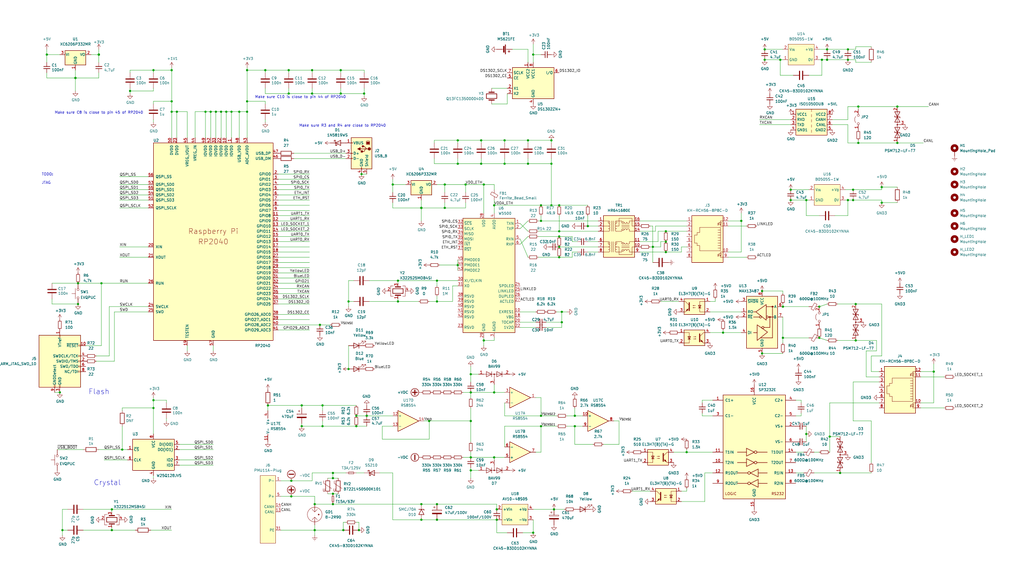
<source format=kicad_sch>
(kicad_sch (version 20211123) (generator eeschema)
  (paper "User" 499.999 281)
  (junction (at 325.12 123.19))
  (junction (at 205.74 254))
  (junction (at 400.05 149.86))
  (junction (at 59.69 219.71))
  (junction (at 405.13 213.36))
  (junction (at 229.87 182.88))
  (junction (at 162.56 246.38))
  (junction (at 241.3 100.33))
  (junction (at 270.51 248.92))
  (junction (at 455.93 181.61))
  (junction (at 280.67 208.28))
  (junction (at 318.77 120.65))
  (junction (at 156.21 158.75))
  (junction (at 38.1 138.43))
  (junction (at 173.99 208.28))
  (junction (at 417.83 166.37))
  (junction (at 194.31 137.16))
  (junction (at 386.08 92.71))
  (junction (at 22.86 26.67))
  (junction (at 414.02 97.79))
  (junction (at 120.65 54.61))
  (junction (at 217.17 90.17))
  (junction (at 83.82 49.53))
  (junction (at 264.16 208.28))
  (junction (at 403.86 24.13))
  (junction (at 213.36 254))
  (junction (at 83.82 34.29))
  (junction (at 205.74 246.38))
  (junction (at 234.95 68.58))
  (junction (at 325.12 113.03))
  (junction (at 63.5 44.45))
  (junction (at 438.15 69.85))
  (junction (at 177.8 45.72))
  (junction (at 120.65 49.53))
  (junction (at 416.56 97.79))
  (junction (at 273.05 115.57))
  (junction (at 173.99 203.2))
  (junction (at 147.32 208.28))
  (junction (at 229.87 205.74))
  (junction (at 120.65 34.29))
  (junction (at 280.67 203.2))
  (junction (at 403.86 29.21))
  (junction (at 273.05 120.65))
  (junction (at 74.93 199.39))
  (junction (at 242.57 254))
  (junction (at 153.67 246.38))
  (junction (at 74.93 195.58))
  (junction (at 100.33 54.61))
  (junction (at 269.24 68.58))
  (junction (at 386.08 97.79))
  (junction (at 430.53 91.44))
  (junction (at 430.53 99.06))
  (junction (at 152.4 45.72))
  (junction (at 400.05 165.1))
  (junction (at 325.12 118.11))
  (junction (at 54.61 248.92))
  (junction (at 130.81 198.12))
  (junction (at 393.7 97.79))
  (junction (at 162.56 233.68))
  (junction (at 419.1 52.07))
  (junction (at 260.35 26.67))
  (junction (at 269.24 100.33))
  (junction (at 167.64 259.08))
  (junction (at 264.16 100.33))
  (junction (at 147.32 198.12))
  (junction (at 48.26 26.67) (diameter 1.016))
  (junction (at 209.55 205.74))
  (junction (at 419.1 69.85))
  (junction (at 361.95 107.95))
  (junction (at 170.18 147.32))
  (junction (at 382.27 165.1))
  (junction (at 264.16 203.2))
  (junction (at 162.56 241.3))
  (junction (at 257.81 68.58))
  (junction (at 175.26 259.08))
  (junction (at 213.36 246.38))
  (junction (at 166.37 34.29))
  (junction (at 274.32 157.48))
  (junction (at 49.53 138.43))
  (junction (at 393.7 212.09))
  (junction (at 83.82 54.61))
  (junction (at 176.53 85.09))
  (junction (at 274.32 152.4))
  (junction (at 213.36 137.16))
  (junction (at 170.18 180.34))
  (junction (at 241.3 191.77))
  (junction (at 140.97 34.29))
  (junction (at 353.06 162.56))
  (junction (at 372.11 142.24))
  (junction (at 113.03 54.61))
  (junction (at 152.4 34.29))
  (junction (at 105.41 54.61))
  (junction (at 191.77 90.17))
  (junction (at 213.36 147.32))
  (junction (at 414.02 24.13))
  (junction (at 166.37 45.72))
  (junction (at 116.84 54.61))
  (junction (at 229.87 223.52))
  (junction (at 236.22 166.37))
  (junction (at 74.93 34.29))
  (junction (at 142.24 242.57))
  (junction (at 30.48 259.08))
  (junction (at 401.32 29.21))
  (junction (at 229.87 229.87))
  (junction (at 373.38 24.13))
  (junction (at 273.05 100.33))
  (junction (at 140.97 45.72))
  (junction (at 36.83 38.1) (diameter 1.016))
  (junction (at 54.61 259.08))
  (junction (at 205.74 101.6) (diameter 1.016))
  (junction (at 241.3 223.52))
  (junction (at 223.52 68.58))
  (junction (at 38.1 148.59))
  (junction (at 234.95 80.01))
  (junction (at 157.48 198.12))
  (junction (at 414.02 29.21))
  (junction (at 257.81 80.01))
  (junction (at 142.24 234.95))
  (junction (at 273.05 125.73))
  (junction (at 246.38 68.58))
  (junction (at 229.87 191.77))
  (junction (at 410.21 231.14))
  (junction (at 372.11 172.72))
  (junction (at 102.87 54.61))
  (junction (at 110.49 54.61))
  (junction (at 381 29.21))
  (junction (at 162.56 231.14))
  (junction (at 260.35 260.35))
  (junction (at 269.24 80.01))
  (junction (at 223.52 129.54))
  (junction (at 107.95 54.61))
  (junction (at 242.57 248.92))
  (junction (at 153.67 259.08))
  (junction (at 273.05 113.03))
  (junction (at 157.48 208.28))
  (junction (at 416.56 92.71))
  (junction (at 335.28 220.98))
  (junction (at 223.52 80.01))
  (junction (at 236.22 90.17))
  (junction (at 382.27 149.86))
  (junction (at 194.31 147.32))
  (junction (at 86.36 54.61))
  (junction (at 417.83 148.59))
  (junction (at 438.15 52.07))
  (junction (at 217.17 101.6))
  (junction (at 373.38 29.21))
  (junction (at 227.33 90.17))
  (junction (at 264.16 107.95))
  (junction (at 287.02 110.49))
  (junction (at 179.07 203.2))
  (junction (at 129.54 34.29))
  (junction (at 246.38 80.01))
  (junction (at 29.21 191.77))
  (wire (pts (xy 292.1 110.49) (xy 287.02 110.49)))
  (wire (pts (xy 242.57 260.35) (xy 242.57 254)))
  (wire (pts (xy 370.84 58.42) (xy 386.08 58.42)))
  (wire (pts (xy 394.97 165.1) (xy 382.27 165.1)))
  (wire (pts (xy 40.64 248.92) (xy 54.61 248.92)))
  (wire (pts (xy 391.16 195.58) (xy 388.62 195.58)))
  (wire (pts (xy 422.91 171.45) (xy 422.91 184.15)))
  (wire (pts (xy 227.33 99.06) (xy 227.33 101.6)))
  (wire (pts (xy 328.93 220.98) (xy 335.28 220.98)))
  (wire (pts (xy 83.82 54.61) (xy 83.82 67.31)))
  (wire (pts (xy 49.53 138.43) (xy 72.39 138.43)))
  (wire (pts (xy 427.99 166.37) (xy 427.99 171.45)))
  (wire (pts (xy 72.39 125.73) (xy 58.42 125.73)))
  (wire (pts (xy 274.32 160.02) (xy 274.32 157.48)))
  (wire (pts (xy 346.71 152.4) (xy 361.95 152.4)))
  (wire (pts (xy 242.57 246.38) (xy 242.57 248.92)))
  (wire (pts (xy 191.77 208.28) (xy 186.69 208.28)))
  (wire (pts (xy 213.36 137.16) (xy 213.36 139.7)))
  (wire (pts (xy 74.93 232.41) (xy 74.93 233.68)))
  (wire (pts (xy 87.63 217.17) (xy 104.14 217.17)))
  (wire (pts (xy 113.03 54.61) (xy 113.03 67.31)))
  (wire (pts (xy 153.67 242.57) (xy 142.24 242.57)))
  (wire (pts (xy 318.77 120.65) (xy 322.58 120.65)))
  (wire (pts (xy 220.98 139.7) (xy 220.98 147.32)))
  (wire (pts (xy 414.02 58.42) (xy 414.02 52.07)))
  (wire (pts (xy 335.28 113.03) (xy 325.12 113.03)))
  (wire (pts (xy 430.53 148.59) (xy 430.53 173.99)))
  (wire (pts (xy 312.42 123.19) (xy 325.12 123.19)))
  (wire (pts (xy 135.89 110.49) (xy 151.13 110.49)))
  (wire (pts (xy 419.1 52.07) (xy 438.15 52.07)))
  (wire (pts (xy 135.89 161.29) (xy 151.13 161.29)))
  (wire (pts (xy 264.16 208.28) (xy 271.78 208.28)))
  (wire (pts (xy 382.27 165.1) (xy 382.27 167.64)))
  (wire (pts (xy 260.35 260.35) (xy 260.35 254)))
  (wire (pts (xy 175.26 255.27) (xy 173.99 255.27)))
  (wire (pts (xy 102.87 67.31) (xy 102.87 54.61)))
  (wire (pts (xy 264.16 194.31) (xy 261.62 194.31)))
  (wire (pts (xy 135.89 97.79) (xy 151.13 97.79)))
  (wire (pts (xy 191.77 90.17) (xy 198.12 90.17)))
  (wire (pts (xy 264.16 105.41) (xy 264.16 107.95)))
  (wire (pts (xy 262.89 125.73) (xy 273.05 125.73)))
  (wire (pts (xy 110.49 54.61) (xy 113.03 54.61)))
  (wire (pts (xy 135.89 92.71) (xy 151.13 92.71)))
  (wire (pts (xy 241.3 100.33) (xy 264.16 100.33)))
  (wire (pts (xy 280.67 208.28) (xy 284.48 208.28)))
  (wire (pts (xy 135.89 115.57) (xy 151.13 115.57)))
  (wire (pts (xy 332.74 245.11) (xy 344.17 245.11)))
  (wire (pts (xy 107.95 67.31) (xy 107.95 54.61)))
  (wire (pts (xy 262.89 113.03) (xy 273.05 113.03)))
  (wire (pts (xy 246.38 203.2) (xy 264.16 203.2)))
  (wire (pts (xy 173.99 203.2) (xy 179.07 203.2)))
  (wire (pts (xy 135.89 107.95) (xy 151.13 107.95)))
  (wire (pts (xy 217.17 99.06) (xy 217.17 101.6)))
  (wire (pts (xy 33.02 259.08) (xy 30.48 259.08)))
  (wire (pts (xy 153.67 256.54) (xy 153.67 259.08)))
  (wire (pts (xy 226.06 191.77) (xy 229.87 191.77)))
  (wire (pts (xy 191.77 87.63) (xy 191.77 90.17)))
  (wire (pts (xy 227.33 101.6) (xy 217.17 101.6)))
  (wire (pts (xy 388.62 220.98) (xy 392.43 220.98)))
  (wire (pts (xy 135.89 135.89) (xy 151.13 135.89)))
  (wire (pts (xy 241.3 165.1) (xy 241.3 166.37)))
  (wire (pts (xy 257.81 68.58) (xy 269.24 68.58)))
  (wire (pts (xy 186.69 214.63) (xy 209.55 214.63)))
  (wire (pts (xy 449.58 184.15) (xy 461.01 184.15)))
  (wire (pts (xy 205.74 101.6) (xy 217.17 101.6)))
  (wire (pts (xy 425.45 226.06) (xy 425.45 205.74)))
  (wire (pts (xy 342.9 195.58) (xy 347.98 195.58)))
  (wire (pts (xy 87.63 219.71) (xy 104.14 219.71)))
  (wire (pts (xy 388.62 203.2) (xy 391.16 203.2)))
  (wire (pts (xy 152.4 231.14) (xy 162.56 231.14)))
  (wire (pts (xy 63.5 44.45) (xy 74.93 44.45)))
  (wire (pts (xy 58.42 120.65) (xy 72.39 120.65)))
  (wire (pts (xy 229.87 233.68) (xy 229.87 229.87)))
  (wire (pts (xy 217.17 90.17) (xy 227.33 90.17)))
  (wire (pts (xy 53.34 149.86) (xy 72.39 149.86)))
  (wire (pts (xy 269.24 100.33) (xy 269.24 80.01)))
  (wire (pts (xy 422.91 184.15) (xy 429.26 184.15)))
  (wire (pts (xy 226.06 223.52) (xy 229.87 223.52)))
  (wire (pts (xy 382.27 148.59) (xy 382.27 149.86)))
  (wire (pts (xy 264.16 203.2) (xy 264.16 194.31)))
  (wire (pts (xy 46.99 173.99) (xy 53.34 173.99)))
  (wire (pts (xy 382.27 143.51) (xy 382.27 142.24)))
  (wire (pts (xy 170.18 168.91) (xy 170.18 180.34)))
  (wire (pts (xy 254 160.02) (xy 261.62 160.02)))
  (wire (pts (xy 213.36 137.16) (xy 223.52 137.16)))
  (wire (pts (xy 135.89 113.03) (xy 151.13 113.03)))
  (wire (pts (xy 281.94 123.19) (xy 279.4 123.19)))
  (wire (pts (xy 382.27 154.94) (xy 382.27 165.1)))
  (wire (pts (xy 260.35 26.67) (xy 260.35 30.48)))
  (wire (pts (xy 386.08 92.71) (xy 394.97 92.71)))
  (wire (pts (xy 135.89 102.87) (xy 151.13 102.87)))
  (wire (pts (xy 135.89 156.21) (xy 151.13 156.21)))
  (wire (pts (xy 408.94 166.37) (xy 417.83 166.37)))
  (wire (pts (xy 269.24 100.33) (xy 273.05 100.33)))
  (wire (pts (xy 44.45 26.67) (xy 48.26 26.67)))
  (wire (pts (xy 135.89 85.09) (xy 151.13 85.09)))
  (wire (pts (xy 318.77 110.49) (xy 317.5 110.49)))
  (wire (pts (xy 427.99 171.45) (xy 422.91 171.45)))
  (wire (pts (xy 246.38 196.85) (xy 246.38 203.2)))
  (wire (pts (xy 241.3 166.37) (xy 236.22 166.37)))
  (wire (pts (xy 54.61 257.81) (xy 54.61 259.08)))
  (wire (pts (xy 320.04 113.03) (xy 320.04 110.49)))
  (wire (pts (xy 438.15 91.44) (xy 430.53 91.44)))
  (wire (pts (xy 54.61 248.92) (xy 54.61 250.19)))
  (wire (pts (xy 105.41 67.31) (xy 105.41 54.61)))
  (wire (pts (xy 425.45 22.86) (xy 417.83 22.86)))
  (wire (pts (xy 191.77 99.06) (xy 191.77 101.6)))
  (wire (pts (xy 36.83 34.29) (xy 36.83 38.1)))
  (wire (pts (xy 135.89 123.19) (xy 151.13 123.19)))
  (wire (pts (xy 274.32 152.4) (xy 276.86 152.4)))
  (wire (pts (xy 257.81 69.85) (xy 257.81 68.58)))
  (wire (pts (xy 223.52 139.7) (xy 220.98 139.7)))
  (wire (pts (xy 438.15 69.85) (xy 450.85 69.85)))
  (wire (pts (xy 234.95 69.85) (xy 234.95 68.58)))
  (wire (pts (xy 412.75 92.71) (xy 416.56 92.71)))
  (wire (pts (xy 74.93 58.42) (xy 74.93 59.69)))
  (wire (pts (xy 246.38 77.47) (xy 246.38 80.01)))
  (wire (pts (xy 143.51 74.93) (xy 168.91 74.93)))
  (wire (pts (xy 417.83 30.48) (xy 417.83 29.21)))
  (wire (pts (xy 294.64 217.17) (xy 302.26 217.17)))
  (wire (pts (xy 255.27 260.35) (xy 260.35 260.35)))
  (wire (pts (xy 438.15 52.07) (xy 453.39 52.07)))
  (wire (pts (xy 160.02 233.68) (xy 162.56 233.68)))
  (wire (pts (xy 212.09 69.85) (xy 212.09 68.58)))
  (wire (pts (xy 58.42 97.79) (xy 72.39 97.79)))
  (wire (pts (xy 335.28 219.71) (xy 335.28 220.98)))
  (wire (pts (xy 400.05 24.13) (xy 403.86 24.13)))
  (wire (pts (xy 162.56 246.38) (xy 153.67 246.38)))
  (wire (pts (xy 59.69 219.71) (xy 62.23 219.71)))
  (wire (pts (xy 162.56 233.68) (xy 165.1 233.68)))
  (wire (pts (xy 270.51 248.92) (xy 260.35 248.92)))
  (wire (pts (xy 72.39 101.6) (xy 58.42 101.6)))
  (wire (pts (xy 321.31 113.03) (xy 325.12 113.03)))
  (wire (pts (xy 229.87 182.88) (xy 233.68 182.88)))
  (wire (pts (xy 25.4 146.05) (xy 25.4 148.59)))
  (wire (pts (xy 207.01 205.74) (xy 209.55 205.74)))
  (wire (pts (xy 321.31 118.11) (xy 312.42 118.11)))
  (wire (pts (xy 229.87 223.52) (xy 229.87 220.98)))
  (wire (pts (xy 135.89 125.73) (xy 151.13 125.73)))
  (wire (pts (xy 246.38 218.44) (xy 246.38 208.28)))
  (wire (pts (xy 417.83 22.86) (xy 417.83 24.13)))
  (wire (pts (xy 414.02 69.85) (xy 414.02 60.96)))
  (wire (pts (xy 229.87 205.74) (xy 229.87 215.9)))
  (wire (pts (xy 152.4 234.95) (xy 152.4 231.14)))
  (wire (pts (xy 135.89 148.59) (xy 151.13 148.59)))
  (wire (pts (xy 40.64 259.08) (xy 54.61 259.08)))
  (wire (pts (xy 236.22 168.91) (xy 236.22 166.37)))
  (wire (pts (xy 430.53 173.99) (xy 425.45 173.99)))
  (wire (pts (xy 55.88 176.53) (xy 55.88 152.4)))
  (wire (pts (xy 391.16 196.85) (xy 391.16 195.58)))
  (wire (pts (xy 254 157.48) (xy 261.62 157.48)))
  (wire (pts (xy 346.71 162.56) (xy 353.06 162.56)))
  (wire (pts (xy 417.83 148.59) (xy 430.53 148.59)))
  (wire (pts (xy 388.62 231.14) (xy 392.43 231.14)))
  (wire (pts (xy 137.16 234.95) (xy 142.24 234.95)))
  (wire (pts (xy 236.22 166.37) (xy 236.22 165.1)))
  (wire (pts (xy 100.33 54.61) (xy 102.87 54.61)))
  (wire (pts (xy 382.27 172.72) (xy 372.11 172.72)))
  (wire (pts (xy 257.81 24.13) (xy 257.81 30.48)))
  (wire (pts (xy 403.86 24.13) (xy 414.02 24.13)))
  (wire (pts (xy 393.7 212.09) (xy 393.7 215.9)))
  (wire (pts (xy 236.22 90.17) (xy 241.3 90.17)))
  (wire (pts (xy 157.48 198.12) (xy 157.48 200.66)))
  (wire (pts (xy 361.95 104.14) (xy 361.95 107.95)))
  (wire (pts (xy 246.38 208.28) (xy 264.16 208.28)))
  (wire (pts (xy 370.84 60.96) (xy 386.08 60.96)))
  (wire (pts (xy 140.97 43.18) (xy 140.97 45.72)))
  (wire (pts (xy 227.33 90.17) (xy 227.33 93.98)))
  (wire (pts (xy 417.83 166.37) (xy 427.99 166.37)))
  (wire (pts (xy 279.4 125.73) (xy 273.05 125.73)))
  (wire (pts (xy 241.3 223.52) (xy 246.38 223.52)))
  (wire (pts (xy 160.02 241.3) (xy 162.56 241.3)))
  (wire (pts (xy 140.97 34.29) (xy 152.4 34.29)))
  (wire (pts (xy 355.6 123.19) (xy 361.95 123.19)))
  (wire (pts (xy 266.7 157.48) (xy 274.32 157.48)))
  (wire (pts (xy 213.36 254) (xy 242.57 254)))
  (wire (pts (xy 213.36 147.32) (xy 220.98 147.32)))
  (wire (pts (xy 361.95 123.19) (xy 361.95 107.95)))
  (wire (pts (xy 22.86 35.56) (xy 22.86 38.1)))
  (wire (pts (xy 405.13 196.85) (xy 405.13 213.36)))
  (wire (pts (xy 425.45 30.48) (xy 417.83 30.48)))
  (wire (pts (xy 400.05 165.1) (xy 403.86 166.37)))
  (wire (pts (xy 234.95 77.47) (xy 234.95 80.01)))
  (wire (pts (xy 129.54 34.29) (xy 140.97 34.29)))
  (wire (pts (xy 287.02 118.11) (xy 292.1 118.11)))
  (wire (pts (xy 347.98 203.2) (xy 342.9 203.2)))
  (wire (pts (xy 321.31 113.03) (xy 321.31 118.11)))
  (wire (pts (xy 254 152.4) (xy 261.62 152.4)))
  (wire (pts (xy 266.7 160.02) (xy 274.32 160.02)))
  (wire (pts (xy 113.03 54.61) (xy 116.84 54.61)))
  (wire (pts (xy 407.67 105.41) (xy 414.02 105.41)))
  (wire (pts (xy 157.48 205.74) (xy 157.48 208.28)))
  (wire (pts (xy 214.63 129.54) (xy 223.52 129.54)))
  (wire (pts (xy 223.52 69.85) (xy 223.52 68.58)))
  (wire (pts (xy 74.93 195.58) (xy 74.93 199.39)))
  (wire (pts (xy 247.65 260.35) (xy 242.57 260.35)))
  (wire (pts (xy 229.87 199.39) (xy 229.87 205.74)))
  (wire (pts (xy 177.8 35.56) (xy 177.8 34.29)))
  (wire (pts (xy 180.34 147.32) (xy 194.31 147.32)))
  (wire (pts (xy 55.88 152.4) (xy 72.39 152.4)))
  (wire (pts (xy 129.54 35.56) (xy 129.54 34.29)))
  (wire (pts (xy 120.65 34.29) (xy 129.54 34.29)))
  (wire (pts (xy 406.4 58.42) (xy 414.02 58.42)))
  (wire (pts (xy 273.05 113.03) (xy 292.1 113.03)))
  (wire (pts (xy 414.02 69.85) (xy 419.1 69.85)))
  (wire (pts (xy 22.86 26.67) (xy 22.86 30.48)))
  (wire (pts (xy 36.83 38.1) (xy 36.83 44.45)))
  (wire (pts (xy 129.54 58.42) (xy 129.54 59.69)))
  (wire (pts (xy 240.03 43.18) (xy 247.65 43.18)))
  (wire (pts (xy 74.93 49.53) (xy 83.82 49.53)))
  (wire (pts (xy 254 119.38) (xy 257.81 115.57)))
  (wire (pts (xy 95.25 54.61) (xy 100.33 54.61)))
  (wire (pts (xy 54.61 259.08) (xy 66.04 259.08)))
  (wire (pts (xy 72.39 86.36) (xy 58.42 86.36)))
  (wire (pts (xy 87.63 224.79) (xy 104.14 224.79)))
  (wire (pts (xy 38.1 138.43) (xy 49.53 138.43)))
  (wire (pts (xy 194.31 137.16) (xy 194.31 138.43)))
  (wire (pts (xy 177.8 45.72) (xy 177.8 46.99)))
  (wire (pts (xy 135.89 118.11) (xy 151.13 118.11)))
  (wire (pts (xy 393.7 97.79) (xy 394.97 97.79)))
  (wire (pts (xy 58.42 92.71) (xy 72.39 92.71)))
  (wire (pts (xy 167.64 255.27) (xy 167.64 259.08)))
  (wire (pts (xy 91.44 168.91) (xy 91.44 171.45)))
  (wire (pts (xy 175.26 255.27) (xy 175.26 259.08)))
  (wire (pts (xy 135.89 146.05) (xy 151.13 146.05)))
  (wire (pts (xy 213.36 144.78) (xy 213.36 147.32)))
  (wire (pts (xy 264.16 203.2) (xy 271.78 203.2)))
  (wire (pts (xy 269.24 80.01) (xy 257.81 80.01)))
  (wire (pts (xy 153.67 259.08) (xy 137.16 259.08)))
  (wire (pts (xy 280.67 203.2) (xy 284.48 203.2)))
  (wire (pts (xy 281.94 118.11) (xy 279.4 118.11)))
  (wire (pts (xy 116.84 54.61) (xy 120.65 54.61)))
  (wire (pts (xy 455.93 177.8) (xy 455.93 181.61)))
  (wire (pts (xy 205.74 254) (xy 213.36 254)))
  (wire (pts (xy 455.93 181.61) (xy 449.58 181.61)))
  (wire (pts (xy 172.72 137.16) (xy 170.18 137.16)))
  (wire (pts (xy 173.99 208.28) (xy 179.07 208.28)))
  (wire (pts (xy 140.97 35.56) (xy 140.97 34.29)))
  (wire (pts (xy 322.58 147.32) (xy 331.47 147.32)))
  (wire (pts (xy 59.69 208.28) (xy 59.69 219.71)))
  (wire (pts (xy 191.77 254) (xy 205.74 254)))
  (wire (pts (xy 264.16 107.95) (xy 292.1 107.95)))
  (wire (pts (xy 279.4 123.19) (xy 279.4 125.73)))
  (wire (pts (xy 223.52 129.54) (xy 223.52 132.08)))
  (wire (pts (xy 152.4 43.18) (xy 152.4 45.72)))
  (wire (pts (xy 287.02 105.41) (xy 287.02 110.49)))
  (wire (pts (xy 312.42 107.95) (xy 335.28 107.95)))
  (wire (pts (xy 332.74 120.65) (xy 332.74 123.19)))
  (wire (pts (xy 176.53 85.09) (xy 179.07 85.09)))
  (wire (pts (xy 129.54 50.8) (xy 129.54 49.53)))
  (wire (pts (xy 153.67 261.62) (xy 153.67 259.08)))
  (wire (pts (xy 100.33 67.31) (xy 100.33 54.61)))
  (wire (pts (xy 414.02 52.07) (xy 419.1 52.07)))
  (wire (pts (xy 401.32 36.83) (xy 401.32 29.21)))
  (wire (pts (xy 419.1 68.58) (xy 419.1 69.85)))
  (wire (pts (xy 449.58 199.39) (xy 461.01 199.39)))
  (wire (pts (xy 135.89 153.67) (xy 151.13 153.67)))
  (wire (pts (xy 269.24 69.85) (xy 269.24 68.58)))
  (wire (pts (xy 373.38 29.21) (xy 381 29.21)))
  (wire (pts (xy 302.26 205.74) (xy 299.72 205.74)))
  (wire (pts (xy 179.07 203.2) (xy 191.77 203.2)))
  (wire (pts (xy 262.89 115.57) (xy 273.05 115.57)))
  (wire (pts (xy 318.77 120.65) (xy 318.77 128.27)))
  (wire (pts (xy 276.86 203.2) (xy 280.67 203.2)))
  (wire (pts (xy 414.02 97.79) (xy 416.56 97.79)))
  (wire (pts (xy 58.42 95.25) (xy 72.39 95.25)))
  (wire (pts (xy 262.89 107.95) (xy 264.16 107.95)))
  (wire (pts (xy 344.17 231.14) (xy 347.98 231.14)))
  (wire (pts (xy 335.28 220.98) (xy 347.98 220.98)))
  (wire (pts (xy 135.89 143.51) (xy 151.13 143.51)))
  (wire (pts (xy 257.81 125.73) (xy 254 116.84)))
  (wire (pts (xy 59.69 199.39) (xy 74.93 199.39)))
  (wire (pts (xy 332.74 240.03) (xy 335.28 240.03)))
  (wire (pts (xy 173.99 231.14) (xy 177.8 231.14)))
  (wire (pts (xy 387.35 36.83) (xy 381 36.83)))
  (wire (pts (xy 135.89 105.41) (xy 151.13 105.41)))
  (wire (pts (xy 308.61 240.03) (xy 317.5 240.03)))
  (wire (pts (xy 205.74 246.38) (xy 213.36 246.38)))
  (wire (pts (xy 394.97 36.83) (xy 401.32 36.83)))
  (wire (pts (xy 289.56 217.17) (xy 280.67 217.17)))
  (wire (pts (xy 162.56 231.14) (xy 168.91 231.14)))
  (wire (pts (xy 257.81 113.03) (xy 254 109.22)))
  (wire (pts (xy 312.42 113.03) (xy 320.04 113.03)))
  (wire (pts (xy 81.28 196.85) (xy 81.28 195.58)))
  (wire (pts (xy 344.17 245.11) (xy 344.17 231.14)))
  (wire (pts (xy 430.53 91.44) (xy 430.53 92.71)))
  (wire (pts (xy 455.93 196.85) (xy 455.93 181.61)))
  (wire (pts (xy 247.65 50.8) (xy 240.03 50.8)))
  (wire (pts (xy 416.56 186.69) (xy 429.26 186.69)))
  (wire (pts (xy 236.22 104.14) (xy 236.22 90.17)))
  (wire (pts (xy 173.99 198.12) (xy 157.48 198.12)))
  (wire (pts (xy 33.02 248.92) (xy 30.48 248.92)))
  (wire (pts (xy 135.89 130.81) (xy 151.13 130.81)))
  (wire (pts (xy 48.26 26.67) (xy 48.26 24.13)))
  (wire (pts (xy 342.9 196.85) (xy 342.9 195.58)))
  (wire (pts (xy 405.13 213.36) (xy 405.13 220.98)))
  (wire (pts (xy 30.48 248.92) (xy 30.48 259.08)))
  (wire (pts (xy 223.52 127) (xy 223.52 129.54)))
  (wire (pts (xy 361.95 107.95) (xy 355.6 107.95)))
  (wire (pts (xy 213.36 90.17) (xy 217.17 90.17)))
  (wire (pts (xy 276.86 208.28) (xy 280.67 208.28)))
  (wire (pts (xy 48.26 219.71) (xy 59.69 219.71)))
  (wire (pts (xy 107.95 54.61) (xy 110.49 54.61)))
  (wire (pts (xy 22.86 24.13) (xy 22.86 26.67)))
  (wire (pts (xy 270.51 248.92) (xy 275.59 248.92)))
  (wire (pts (xy 177.8 43.18) (xy 177.8 45.72)))
  (wire (pts (xy 130.81 198.12) (xy 130.81 200.66)))
  (wire (pts (xy 408.94 148.59) (xy 417.83 148.59)))
  (wire (pts (xy 194.31 146.05) (xy 194.31 147.32)))
  (wire (pts (xy 229.87 191.77) (xy 229.87 194.31)))
  (wire (pts (xy 393.7 208.28) (xy 393.7 212.09)))
  (wire (pts (xy 186.69 208.28) (xy 186.69 214.63)))
  (wire (pts (xy 74.93 199.39) (xy 74.93 212.09)))
  (wire (pts (xy 414.02 105.41) (xy 414.02 97.79)))
  (wire (pts (xy 229.87 223.52) (xy 241.3 223.52)))
  (wire (pts (xy 419.1 52.07) (xy 419.1 53.34)))
  (wire (pts (xy 417.83 29.21) (xy 414.02 29.21)))
  (wire (pts (xy 191.77 231.14) (xy 191.77 254)))
  (wire (pts (xy 241.3 97.79) (xy 241.3 100.33)))
  (wire (pts (xy 246.38 69.85) (xy 246.38 68.58)))
  (wire (pts (xy 223.52 68.58) (xy 234.95 68.58)))
  (wire (pts (xy 152.4 45.72) (xy 166.37 45.72)))
  (wire (pts (xy 279.4 115.57) (xy 273.05 115.57)))
  (wire (pts (xy 246.38 80.01) (xy 234.95 80.01)))
  (wire (pts (xy 280.67 199.39) (xy 280.67 203.2)))
  (wire (pts (xy 86.36 54.61) (xy 83.82 54.61)))
  (wire (pts (xy 234.95 80.01) (xy 223.52 80.01)))
  (wire (pts (xy 74.93 34.29) (xy 83.82 34.29)))
  (wire (pts (xy 166.37 35.56) (xy 166.37 34.29)))
  (wire (pts (xy 48.26 35.56) (xy 48.26 38.1)))
  (wire (pts (xy 212.09 68.58) (xy 223.52 68.58)))
  (wire (pts (xy 63.5 44.45) (xy 63.5 45.72)))
  (wire (pts (xy 227.33 90.17) (xy 236.22 90.17)))
  (wire (pts (xy 104.14 168.91) (xy 104.14 171.45)))
  (wire (pts (xy 318.77 110.49) (xy 318.77 120.65)))
  (wire (pts (xy 26.67 191.77) (xy 29.21 191.77)))
  (wire (pts (xy 449.58 196.85) (xy 455.93 196.85)))
  (wire (pts (xy 153.67 246.38) (xy 153.67 242.57)))
  (wire (pts (xy 400.05 29.21) (xy 401.32 29.21)))
  (wire (pts (xy 46.99 176.53) (xy 55.88 176.53)))
  (wire (pts (xy 166.37 34.29) (xy 177.8 34.29)))
  (wire (pts (xy 81.28 195.58) (xy 74.93 195.58)))
  (wire (pts (xy 74.93 35.56) (xy 74.93 34.29)))
  (wire (pts (xy 36.83 38.1) (xy 48.26 38.1)))
  (wire (pts (xy 410.21 231.14) (xy 425.45 231.14)))
  (wire (pts (xy 320.04 110.49) (xy 335.28 110.49)))
  (wire (pts (xy 400.05 149.86) (xy 403.86 148.59)))
  (wire (pts (xy 22.86 38.1) (xy 36.83 38.1)))
  (wire (pts (xy 91.44 67.31) (xy 91.44 54.61)))
  (wire (pts (xy 273.05 120.65) (xy 292.1 120.65)))
  (wire (pts (xy 191.77 90.17) (xy 191.77 93.98)))
  (wire (pts (xy 260.35 26.67) (xy 264.16 26.67)))
  (wire (pts (xy 147.32 198.12) (xy 157.48 198.12)))
  (wire (pts (xy 229.87 229.87) (xy 233.68 229.87)))
  (wire (pts (xy 223.52 77.47) (xy 223.52 80.01)))
  (wire (pts (xy 63.5 43.18) (xy 63.5 44.45)))
  (wire (pts (xy 386.08 97.79) (xy 393.7 97.79)))
  (wire (pts (xy 102.87 54.61) (xy 105.41 54.61)))
  (wire (pts (xy 280.67 217.17) (xy 280.67 208.28)))
  (wire (pts (xy 194.31 147.32) (xy 204.47 147.32)))
  (wire (pts (xy 405.13 213.36) (xy 410.21 213.36)))
  (wire (pts (xy 382.27 149.86) (xy 394.97 149.86)))
  (wire (pts (xy 355.6 110.49) (xy 364.49 110.49)))
  (wire (pts (xy 162.56 246.38) (xy 205.74 246.38)))
  (wire (pts (xy 41.91 168.91) (xy 49.53 168.91)))
  (wire (pts (xy 205.74 97.79) (xy 205.74 101.6)))
  (wire (pts (xy 95.25 67.31) (xy 95.25 54.61)))
  (wire (pts (xy 40.64 219.71) (xy 27.94 219.71)))
  (wire (pts (xy 147.32 198.12) (xy 147.32 199.39)))
  (wire (pts (xy 73.66 259.08) (xy 83.82 259.08)))
  (wire (pts (xy 74.93 194.31) (xy 74.93 195.58)))
  (wire (pts (xy 83.82 49.53) (xy 83.82 54.61)))
  (wire (pts (xy 287.02 123.19) (xy 292.1 123.19)))
  (wire (pts (xy 170.18 147.32) (xy 170.18 149.86)))
  (wire (pts (xy 355.6 125.73) (xy 364.49 125.73)))
  (wire (pts (xy 53.34 173.99) (xy 53.34 149.86)))
  (wire (pts (xy 135.89 138.43) (xy 151.13 138.43)))
  (wire (pts (xy 25.4 148.59) (xy 38.1 148.59)))
  (wire (pts (xy 241.3 187.96) (xy 241.3 191.77)))
  (wire (pts (xy 130.81 198.12) (xy 147.32 198.12)))
  (wire (pts (xy 381 29.21) (xy 382.27 29.21)))
  (wire (pts (xy 135.89 100.33) (xy 151.13 100.33)))
  (wire (pts (xy 416.56 97.79) (xy 430.53 97.79)))
  (wire (pts (xy 172.72 147.32) (xy 170.18 147.32)))
  (wire (pts (xy 391.16 203.2) (xy 391.16 201.93)))
  (wire (pts (xy 129.54 43.18) (xy 129.54 45.72)))
  (wire (pts (xy 430.53 99.06) (xy 430.53 97.79)))
  (wire (pts (xy 135.89 128.27) (xy 151.13 128.27)))
  (wire (pts (xy 120.65 34.29) (xy 120.65 49.53)))
  (wire (pts (xy 58.42 90.17) (xy 72.39 90.17)))
  (wire (pts (xy 346.71 147.32) (xy 349.25 147.32)))
  (wire (pts (xy 322.58 118.11) (xy 325.12 118.11)))
  (wire (pts (xy 247.65 45.72) (xy 247.65 50.8)))
  (wire (pts (xy 209.55 205.74) (xy 229.87 205.74)))
  (wire (pts (xy 152.4 35.56) (xy 152.4 34.29)))
  (wire (pts (xy 83.82 34.29) (xy 83.82 49.53)))
  (wire (pts (xy 273.05 105.41) (xy 273.05 113.03)))
  (wire (pts (xy 302.26 217.17) (xy 302.26 205.74)))
  (wire (pts (xy 87.63 227.33) (xy 104.14 227.33)))
  (wire (pts (xy 416.56 205.74) (xy 416.56 186.69)))
  (wire (pts (xy 400.05 105.41) (xy 393.7 105.41)))
  (wire (pts (xy 48.26 26.67) (xy 48.26 30.48)))
  (wire (pts (xy 185.42 231.14) (xy 191.77 231.14)))
  (wire (pts (xy 425.45 173.99) (xy 425.45 181.61)))
  (wire (pts (xy 241.3 223.52) (xy 241.3 224.79)))
  (wire (pts (xy 191.77 101.6) (xy 205.74 101.6)))
  (wire (pts (xy 162.56 241.3) (xy 165.1 241.3)))
  (wire (pts (xy 425.45 205.74) (xy 416.56 205.74)))
  (wire (pts (xy 49.53 168.91) (xy 49.53 138.43)))
  (wire (pts (xy 91.44 54.61) (xy 86.36 54.61)))
  (wire (pts (xy 335.28 120.65) (xy 332.74 120.65)))
  (wire (pts (xy 22.86 26.67) (xy 29.21 26.67)))
  (wire (pts (xy 162.56 231.14) (xy 162.56 233.68)))
  (wire (pts (xy 142.24 234.95) (xy 152.4 234.95)))
  (wire (pts (xy 419.1 69.85) (xy 438.15 69.85)))
  (wire (pts (xy 83.82 33.02) (xy 83.82 34.29)))
  (wire (pts (xy 382.27 142.24) (xy 372.11 142.24)))
  (wire (pts (xy 223.52 80.01) (xy 212.09 80.01)))
  (wire (pts (xy 342.9 203.2) (xy 342.9 201.93)))
  (wire (pts (xy 373.38 24.13) (xy 382.27 24.13)))
  (wire (pts (xy 416.56 92.71) (xy 430.53 92.71)))
  (wire (pts (xy 74.93 44.45) (xy 74.93 43.18)))
  (wire (pts (xy 120.65 54.61) (xy 120.65 67.31)))
  (wire (pts (xy 147.32 207.01) (xy 147.32 208.28)))
  (wire (pts (xy 229.87 228.6) (xy 229.87 229.87)))
  (wire (pts (xy 166.37 43.18) (xy 166.37 45.72)))
  (wire (pts (xy 234.95 68.58) (xy 246.38 68.58)))
  (wire (pts (xy 397.51 231.14) (xy 410.21 231.14)))
  (wire (pts (xy 116.84 67.31) (xy 116.84 54.61)))
  (wire (pts (xy 213.36 246.38) (xy 242.57 246.38)))
  (wire (pts (xy 264.16 100.33) (xy 269.24 100.33)))
  (wire (pts (xy 318.77 120.65) (xy 317.5 120.65)))
  (wire (pts (xy 166.37 45.72) (xy 177.8 45.72)))
  (wire (pts (xy 250.19 24.13) (xy 257.81 24.13)))
  (wire (pts (xy 50.8 224.79) (xy 62.23 224.79)))
  (wire (pts (xy 274.32 157.48) (xy 274.32 152.4)))
  (wire (pts (xy 152.4 34.29) (xy 166.37 34.29)))
  (wire (pts (xy 273.05 100.33) (xy 287.02 100.33)))
  (wire (pts (xy 209.55 147.32) (xy 213.36 147.32)))
  (wire (pts (xy 241.3 100.33) (xy 241.3 104.14)))
  (wire (pts (xy 170.18 137.16) (xy 170.18 147.32)))
  (wire (pts (xy 135.89 87.63) (xy 151.13 87.63)))
  (wire (pts (xy 157.48 208.28) (xy 173.99 208.28)))
  (wire (pts (xy 209.55 214.63) (xy 209.55 205.74)))
  (wire (pts (xy 63.5 34.29) (xy 74.93 34.29)))
  (wire (pts (xy 241.3 90.17) (xy 241.3 92.71)))
  (wire (pts (xy 63.5 35.56) (xy 63.5 34.29)))
  (wire (pts (xy 74.93 50.8) (xy 74.93 49.53)))
  (wire (pts (xy 397.51 220.98) (xy 400.05 220.98)))
  (wire (pts (xy 271.78 152.4) (xy 274.32 152.4)))
  (wire (pts (xy 147.32 208.28) (xy 157.48 208.28)))
  (wire (pts (xy 254 111.76) (xy 257.81 107.95)))
  (wire (pts (xy 229.87 179.07) (xy 229.87 182.88)))
  (wire (pts (xy 349.25 147.32) (xy 349.25 146.05)))
  (wire (pts (xy 168.91 255.27) (xy 167.64 255.27)))
  (wire (pts (xy 217.17 90.17) (xy 217.17 93.98)))
  (wire (pts (xy 381 36.83) (xy 381 29.21)))
  (wire (pts (xy 353.06 162.56) (xy 361.95 162.56)))
  (wire (pts (xy 401.32 29.21) (xy 403.86 29.21)))
  (wire (pts (xy 120.65 33.02) (xy 120.65 34.29)))
  (wire (pts (xy 30.48 259.08) (xy 30.48 261.62)))
  (wire (pts (xy 140.97 45.72) (xy 129.54 45.72)))
  (wire (pts (xy 135.89 140.97) (xy 151.13 140.97)))
  (wire (pts (xy 86.36 67.31) (xy 86.36 54.61)))
  (wire (pts (xy 81.28 204.47) (xy 81.28 205.74)))
  (wire (pts (xy 105.41 54.61) (xy 107.95 54.61)))
  (wire (pts (xy 257.81 80.01) (xy 246.38 80.01)))
  (wire (pts (xy 406.4 60.96) (xy 414.02 60.96)))
  (wire (pts (xy 403.86 29.21) (xy 414.02 29.21)))
  (wire (pts (xy 153.67 259.08) (xy 167.64 259.08)))
  (wire (pts (xy 120.65 49.53) (xy 120.65 54.61)))
  (wire (pts (xy 261.62 220.98) (xy 264.16 220.98)))
  (wire (pts (xy 257.81 77.47) (xy 257.81 80.01)))
  (wire (pts (xy 335.28 240.03) (xy 335.28 238.76)))
  (wire (pts (xy 264.16 208.28) (xy 264.16 220.98)))
  (wire (pts (xy 120.65 49.53) (xy 129.54 49.53)))
  (wire (pts (xy 135.89 95.25) (xy 151.13 95.25)))
  (wire (pts (xy 425.45 181.61) (xy 429.26 181.61)))
  (wire (pts (xy 353.06 161.29) (xy 353.06 162.56)))
  (wire (pts (xy 412.75 97.79) (xy 414.02 97.79)))
  (wire (pts (xy 180.34 137.16) (xy 194.31 137.16)))
  (wire (pts (xy 241.3 191.77) (xy 246.38 191.77)))
  (wire (pts (xy 142.24 242.57) (xy 137.16 242.57)))
  (wire (pts (xy 260.35 21.59) (xy 260.35 26.67)))
  (wire (pts (xy 194.31 137.16) (xy 213.36 137.16)))
  (wire (pts (xy 135.89 120.65) (xy 151.13 120.65)))
  (wire (pts (xy 229.87 191.77) (xy 241.3 191.77)))
  (wire (pts (xy 135.89 133.35) (xy 151.13 133.35)))
  (wire (pts (xy 152.4 45.72) (xy 140.97 45.72)))
  (wire (pts (xy 325.12 123.19) (xy 332.74 123.19)))
  (wire (pts (xy 143.51 77.47) (xy 168.91 77.47)))
  (wire (pts (xy 279.4 118.11) (xy 279.4 115.57)))
  (wire (pts (xy 212.09 77.47) (xy 212.09 80.01)))
  (wire (pts (xy 54.61 248.92) (xy 83.82 248.92)))
  (wire (pts (xy 246.38 68.58) (xy 257.81 68.58)))
  (wire (pts (xy 25.4 138.43) (xy 38.1 138.43)))
  (wire (pts (xy 438.15 99.06) (xy 430.53 99.06)))
  (wire (pts (xy 417.83 24.13) (xy 414.02 24.13)))
  (wire (pts (xy 429.26 196.85) (xy 405.13 196.85)))
  (wire (pts (xy 156.21 158.75) (xy 161.29 158.75)))
  (wire (pts (xy 205.74 101.6) (xy 205.74 107.95)))
  (wire (pts (xy 322.58 120.65) (xy 322.58 118.11)))
  (wire (pts (xy 229.87 182.88) (xy 229.87 186.69)))
  (wire (pts (xy 59.69 200.66) (xy 59.69 199.39)))
  (wire (pts (xy 110.49 67.31) (xy 110.49 54.61)))
  (wire (pts (xy 393.7 105.41) (xy 393.7 97.79)))
  (wire (pts (xy 135.89 158.75) (xy 156.21 158.75)))
  (wire (pts (xy 269.24 77.47) (xy 269.24 80.01)))
  (wire (pts (xy 135.89 90.17) (xy 151.13 90.17)))
  (text "Make sure C8 is close to pin 45 of RP2040" (at 26.67 55.88 0) (effects (font (size 1.27 1.27)) (justify left bottom)))
  (text "Crystal" (at 45.72 237.49 0) (effects (font (size 2.54 2.54)) (justify left bottom)))
  (text "Make sure C10 is close to pin 44 of RP2040" (at 124.46 48.26 0) (effects (font (size 1.27 1.27)) (justify left bottom)))
  (text "Make sure R3 and R4 are close to RP2040" (at 146.05 62.23 0) (effects (font (size 1.27 1.27)) (justify left bottom)))
  (text "Flash" (at 43.18 193.04 0) (effects (font (size 2.54 2.54)) (justify left bottom)))
  (text "TODO:\n\nJTAG" (at 20.32 90.17 0) (effects (font (size 1.27 1.27)) (justify left bottom)))
  (label "SPI0_CS" (at 151.13 87.63 180))
  (label "QSPI_SS" (at 50.8 219.71 0))
  (label "UART1_TX" (at 313.69 226.06 180))
  (label "QSPI_SCLK" (at 50.8 224.79 0))
  (label "RUN" (at 58.42 138.43 0))
  (label "ETH_RST" (at 151.13 97.79 180))
  (label "QSPI_SS" (at 58.42 86.36 0))
  (label "UART0_TX" (at 331.47 167.64 180))
  (label "RXCAN" (at 370.84 58.42 0))
  (label "V_{MID}" (at 207.01 205.74 0))
  (label "SPI0_RX" (at 151.13 85.09 180))
  (label "LED_SOCKET_2" (at 466.09 199.39 0))
  (label "CANH" (at 137.16 247.65 0))
  (label "ACTLED" (at 254 147.32 0))
  (label "TXCAN" (at 151.13 143.51 180))
  (label "SWD" (at 58.42 152.4 0))
  (label "XOUT" (at 58.42 125.73 0))
  (label "ACTLED" (at 369.57 125.73 0))
  (label "DS1302_CE" (at 151.13 153.67 180))
  (label "UART1_TX" (at 151.13 105.41 180))
  (label "UART0_TX" (at 151.13 115.57 180))
  (label "UART0_RX" (at 331.47 147.32 180))
  (label "SPI0_SCK" (at 223.52 111.76 180))
  (label "QSPI_SCLK" (at 58.42 101.6 0))
  (label "LED_SOCKET_2" (at 151.13 113.03 180))
  (label "SWCLK" (at 58.42 149.86 0))
  (label "DS1302_SCLK" (at 247.65 35.56 180))
  (label "BlueLED" (at 182.88 180.34 0))
  (label "QSPI_SD1" (at 58.42 92.71 0))
  (label "QSPI_SD0" (at 58.42 90.17 0))
  (label "ETH_INT" (at 151.13 95.25 180))
  (label "RXCAN" (at 151.13 140.97 180))
  (label "SPI0_RX" (at 223.52 114.3 180))
  (label "XOUT" (at 83.82 259.08 180))
  (label "SPI0_TX" (at 223.52 116.84 180))
  (label "GPIO21" (at 151.13 138.43 180))
  (label "SPI0_CS" (at 223.52 109.22 180))
  (label "LED_SOCKET_1" (at 151.13 110.49 180))
  (label "DS1302_SCLK" (at 151.13 146.05 180))
  (label "CANH" (at 453.39 52.07 0))
  (label "DS1302_CE" (at 247.65 38.1 180))
  (label "V_{SENSE}" (at 302.26 205.74 0))
  (label "VDDA_ETH" (at 241.3 100.33 0))
  (label "LINKLED" (at 254 142.24 0))
  (label "CANL" (at 137.16 250.19 0))
  (label "CANL" (at 450.85 69.85 0))
  (label "SPI0_SCK" (at 151.13 90.17 180))
  (label "LED_SOCKET_1" (at 466.09 184.15 0))
  (label "QSPI_SD0" (at 104.14 217.17 180))
  (label "YellowLED" (at 151.13 133.35 180))
  (label "UART1_RX" (at 317.5 240.03 180))
  (label "V_{SENSE1}" (at 264.16 208.28 0))
  (label "LINKLED" (at 369.57 110.49 0))
  (label "~{USB_BOOT}" (at 27.94 219.71 0))
  (label "BlueLED" (at 151.13 135.89 180))
  (label "UART1_RX" (at 151.13 107.95 180))
  (label "SPI0_TX" (at 151.13 92.71 180))
  (label "YellowLED" (at 182.88 168.91 0))
  (label "ETH_INT" (at 223.52 119.38 180))
  (label "USB_D-" (at 168.91 77.47 180))
  (label "ETH_RST" (at 223.52 121.92 180))
  (label "QSPI_SD2" (at 104.14 224.79 180))
  (label "DS1302_IO" (at 151.13 148.59 180))
  (label "VDD_ETH" (at 227.33 90.17 0))
  (label "XIN" (at 83.82 248.92 180))
  (label "TXCAN" (at 370.84 60.96 0))
  (label "V_{SENSE}" (at 166.37 158.75 0))
  (label "USB_D+" (at 168.91 74.93 180))
  (label "GPIO29_ADC3" (at 151.13 161.29 180))
  (label "UART0_RX" (at 151.13 118.11 180))
  (label "XIN" (at 58.42 120.65 0))
  (label "DS1302_IO" (at 273.05 35.56 0))
  (label "QSPI_SD2" (at 58.42 95.25 0))
  (label "QSPI_SD3" (at 58.42 97.79 0))
  (label "QSPI_SD3" (at 104.14 227.33 180))
  (label "V_{SENSE2}" (at 264.16 203.2 0))
  (label "QSPI_SD1" (at 104.14 219.71 180))
  (symbol (lib_id "Device:Crystal_GND24") (at 194.31 142.24 90) (unit 1)
    (property "Reference" "Y2" (at 195.1989 133.35 90) (effects (justify right)))
    (property "Value" "X322525MOB4SI" (at 195.1989 135.89 90) (effects (justify right)))
    (property "Footprint" "Oscillator:Oscillator_SMD_Abracon_ASE-4Pin_3.2x2.5mm" (effects hide))
  )
  (symbol (lib_id "Device:R_Small") (at 173.99 205.74 0) (unit 1)
    (property "Reference" "R53" (at 167.64 205.74 90))
    (property "Value" "6.2k" (at 170.18 205.74 90))
    (property "Footprint" "lc:0603_R" (effects hide))
  )
  (symbol (lib_id "Device:C_Small") (at 179.07 205.74 0) (unit 1)
    (property "Reference" "C57" (at 181.4068 204.5716 0) (effects (justify left)))
    (property "Value" "4.7uF" (at 181.4068 206.883 0) (effects (justify left)))
    (property "Footprint" "lc:0603_C" (effects hide))
  )
  (symbol (lib_id "power:GND3") (at 430.53 99.06 0) (unit 1)
    (property "Reference" "#PWR069" (effects hide))
    (property "Value" "GND3" (at 430.53 104.14 0))
  )
  (symbol (lib_id "Diode:BAV99") (at 241.3 182.88 0) (unit 1)
    (property "Reference" "D6" (at 241.3 176.53 0))
    (property "Value" "BAV99" (at 241.3 179.07 0))
    (property "Footprint" "Package_TO_SOT_SMD:SOT-23" (effects hide))
    (property "Datasheet" "https://assets.nexperia.com/documents/data-sheet/BAV99_SER.pdf" (effects hide))
  )
  (symbol (lib_id "Interface_UART:MAX3232") (at 368.3 218.44 0) (unit 1)
    (property "Reference" "U12" (at 370.3194 187.96 0) (effects (justify left)))
    (property "Value" "SP3232E" (at 370.3194 190.5 0) (effects (justify left)))
    (property "Footprint" "Package_SO:SOIC-16_3.9x9.9mm_P1.27mm" (effects hide))
    (property "Datasheet" "https://datasheets.maximintegrated.com/en/ds/MAX3222-MAX3241.pdf" (effects hide))
  )
  (symbol (lib_id "Device:C_Small") (at 227.33 96.52 0) (unit 1)
    (property "Reference" "C25" (at 229.6668 95.3516 0) (effects (justify left)))
    (property "Value" "100nF" (at 229.6668 97.663 0) (effects (justify left)))
    (property "Footprint" "lc:0402_C" (effects hide))
  )
  (symbol (lib_id "power:GND") (at 280.67 194.31 180) (unit 1)
    (property "Reference" "#PWR082" (effects hide))
    (property "Value" "GND" (at 280.543 189.9158 0))
  )
  (symbol (lib_id "Device:R_Small") (at 419.1 66.04 0) (unit 1)
    (property "Reference" "R45" (at 421.64 64.7699 0) (effects (justify left)))
    (property "Value" "120" (at 421.64 67.3099 0) (effects (justify left)))
    (property "Footprint" "lc:0603_R" (effects hide))
  )
  (symbol (lib_id "power:+5V") (at 248.92 229.87 270) (mirror x) (unit 1)
    (property "Reference" "#PWR084" (effects hide))
    (property "Value" "+5V" (at 252.73 229.8699 90) (effects (justify left)))
  )
  (symbol (lib_id "power:GND") (at 386.08 63.5 0) (unit 1)
    (property "Reference" "#PWR055" (effects hide))
    (property "Value" "GND" (at 386.207 67.8942 0))
  )
  (symbol (lib_id "power:GND2") (at 406.4 63.5 0) (unit 1)
    (property "Reference" "#PWR063" (effects hide))
    (property "Value" "GND2" (at 406.4 68.58 0))
  )
  (symbol (lib_id "Device:C") (at 129.54 39.37 0) (unit 1)
    (property "Reference" "C9" (at 132.461 38.2016 0) (effects (justify left)))
    (property "Value" "100n" (at 132.461 40.513 0) (effects (justify left)))
    (property "Footprint" "lc:0402_C" (effects hide))
  )
  (symbol (lib_id "Device:CP") (at 213.36 250.19 0) (unit 1)
    (property "Reference" "C62" (at 217.17 248.0309 0) (effects (justify left)))
    (property "Value" "47uF/100V" (at 217.17 250.5709 0) (effects (justify left)))
    (property "Footprint" "Capacitor_THT:CP_Radial_D8.0mm_P3.50mm" (effects hide))
  )
  (symbol (lib_id "power:GND") (at 386.08 97.79 0) (unit 1)
    (property "Reference" "#PWR057" (effects hide))
    (property "Value" "GND" (at 386.207 102.1842 0))
  )
  (symbol (lib_id "power:+5VD") (at 353.06 156.21 90) (unit 1)
    (property "Reference" "#PWR040" (effects hide))
    (property "Value" "+5VD" (at 349.25 156.2099 90) (effects (justify left)))
  )
  (symbol (lib_id "Device:C_Small") (at 156.21 161.29 0) (unit 1)
    (property "Reference" "C36" (at 158.75 160.0262 0) (effects (justify left)))
    (property "Value" "10nF" (at 158.75 162.5662 0) (effects (justify left)))
    (property "Footprint" "lc:0402_C" (effects hide))
  )
  (symbol (lib_id "power:+1V1") (at 83.82 33.02 0) (unit 1)
    (property "Reference" "#PWR0103" (effects hide))
    (property "Value" "+1V1" (at 84.201 28.6258 0))
  )
  (symbol (lib_id "Device:R_Small") (at 180.34 180.34 90) (unit 1)
    (property "Reference" "R70" (at 180.34 173.99 90))
    (property "Value" "1k" (at 180.34 176.53 90))
    (property "Footprint" "lc:0402_R" (effects hide))
  )
  (symbol (lib_id "power:GND") (at 49.53 254 270) (unit 1)
    (property "Reference" "#PWR0115" (effects hide))
    (property "Value" "GND" (at 45.1358 254.127 0))
  )
  (symbol (lib_id "power:+3V3") (at 303.53 240.03 90) (unit 1)
    (property "Reference" "#PWR023" (effects hide))
    (property "Value" "+3V3" (at 299.1358 239.649 0))
  )
  (symbol (lib_id "power:GND") (at 81.28 205.74 0) (unit 1)
    (property "Reference" "#PWR0109" (effects hide))
    (property "Value" "GND" (at 85.09 207.01 0))
  )
  (symbol (lib_id "power:+3V3") (at 74.93 194.31 0) (unit 1)
    (property "Reference" "#PWR0110" (effects hide))
    (property "Value" "+3V3" (at 75.311 189.9158 0))
  )
  (symbol (lib_id "power:GND") (at 74.93 59.69 0) (unit 1)
    (property "Reference" "#PWR0107" (effects hide))
    (property "Value" "GND" (at 75.057 64.0842 0))
  )
  (symbol (lib_id "Device:C_Small") (at 375.92 48.26 0) (unit 1)
    (property "Reference" "C42" (at 378.46 46.9962 0) (effects (justify left)))
    (property "Value" "100nF" (at 378.46 49.5362 0) (effects (justify left)))
    (property "Footprint" "lc:0402_C" (effects hide))
  )
  (symbol (lib_id "Device:R_Small") (at 402.59 220.98 90) (unit 1)
    (property "Reference" "R42" (at 402.59 214.63 90))
    (property "Value" "10" (at 402.59 217.17 90))
    (property "Footprint" "lc:0603_R" (effects hide))
  )
  (symbol (lib_id "power:GND") (at 189.23 142.24 270) (unit 1)
    (property "Reference" "#PWR09" (effects hide))
    (property "Value" "GND" (at 184.8358 142.367 0))
  )
  (symbol (lib_id "Device:FerriteBead_Small") (at 397.51 149.86 90) (unit 1)
    (property "Reference" "FB2" (at 397.4719 143.51 90))
    (property "Value" "600Ω@100MHz" (at 397.4719 146.05 90))
    (property "Footprint" "lc:0603_R" (effects hide))
  )
  (symbol (lib_id "power:+5V") (at 191.77 87.63 0) (unit 1)
    (property "Reference" "#PWR010" (effects hide))
    (property "Value" "+5V" (at 191.77 82.55 0))
  )
  (symbol (lib_id "Amplifier_Operational:LM324") (at 133.35 208.28 0) (unit 5)
    (property "Reference" "U17" (at 132.08 207.0099 0) (effects (justify left)))
    (property "Value" "RS8554" (at 132.08 209.5499 0) (effects (justify left)))
    (property "Footprint" "Package_SO:TSSOP-14_4.4x5mm_P0.65mm" (effects hide))
    (property "Datasheet" "http://www.ti.com/lit/ds/symlink/lm2902-n.pdf" (effects hide))
  )
  (symbol (lib_id "Device:FerriteBead_Small") (at 397.51 165.1 270) (unit 1)
    (property "Reference" "FB3" (at 397.51 170.18 90))
    (property "Value" "600Ω@100MHz" (at 397.51 172.72 90))
    (property "Footprint" "lc:0603_R" (effects hide))
  )
  (symbol (lib_id "Device:R_Small") (at 463.55 199.39 270) (unit 1)
    (property "Reference" "R50" (at 463.55 193.04 90))
    (property "Value" "1k" (at 463.55 195.58 90))
    (property "Footprint" "lc:0402_R" (effects hide))
  )
  (symbol (lib_id "Device:R_Small") (at 274.32 203.2 270) (unit 1)
    (property "Reference" "R64" (at 274.32 196.85 90))
    (property "Value" "1k" (at 274.32 199.39 90))
    (property "Footprint" "lc:0402_R" (effects hide))
  )
  (symbol (lib_id "Device:C_Small") (at 48.26 33.02 180) (unit 1)
    (property "Reference" "C2" (at 50.8 31.7435 0) (effects (justify right)))
    (property "Value" "4.7uF" (at 50.8 34.2835 0) (effects (justify right)))
    (property "Footprint" "lc:0603_C" (effects hide))
  )
  (symbol (lib_id "power:GND") (at 147.32 208.28 0) (unit 1)
    (property "Reference" "#PWR075" (effects hide))
    (property "Value" "GND" (at 147.447 212.6742 0))
  )
  (symbol (lib_id "Device:R_Small") (at 223.52 223.52 90) (mirror x) (unit 1)
    (property "Reference" "R61" (at 223.52 229.87 90))
    (property "Value" "330k" (at 223.52 227.33 90))
    (property "Footprint" "lc:0805_R" (effects hide))
  )
  (symbol (lib_id "power:GND") (at 156.21 163.83 0) (unit 1)
    (property "Reference" "#PWR024" (effects hide))
    (property "Value" "GND" (at 156.337 168.2242 0))
  )
  (symbol (lib_id "Device:R_Small") (at 382.27 146.05 0) (unit 1)
    (property "Reference" "R39" (at 384.81 144.7799 0) (effects (justify left)))
    (property "Value" "1k" (at 384.81 147.3199 0) (effects (justify left)))
    (property "Footprint" "lc:0402_R" (effects hide))
  )
  (symbol (lib_id "power:+3V3") (at 170.18 180.34 90) (unit 1)
    (property "Reference" "#PWR092" (effects hide))
    (property "Value" "+3V3" (at 165.7858 179.959 0))
  )
  (symbol (lib_id "Device:R_Small") (at 353.06 158.75 180) (unit 1)
    (property "Reference" "R36" (at 355.6 157.4799 0) (effects (justify right)))
    (property "Value" "1.5k" (at 355.6 160.0199 0) (effects (justify right)))
    (property "Footprint" "lc:0402_R" (effects hide))
  )
  (symbol (lib_id "Device:R_Small") (at 349.25 143.51 0) (unit 1)
    (property "Reference" "R35" (at 351.79 142.2399 0) (effects (justify left)))
    (property "Value" "1k" (at 351.79 144.7799 0) (effects (justify left)))
    (property "Footprint" "lc:0402_R" (effects hide))
  )
  (symbol (lib_id "Device:R_Small") (at 208.28 223.52 90) (mirror x) (unit 1)
    (property "Reference" "R55" (at 208.28 229.87 90))
    (property "Value" "330k" (at 208.28 227.33 90))
    (property "Footprint" "lc:0805_R" (effects hide))
  )
  (symbol (lib_id "Device:R_Small") (at 29.21 158.75 0) (unit 1)
    (property "Reference" "R71" (at 31.75 157.4799 0) (effects (justify left)))
    (property "Value" "100" (at 31.75 160.0199 0) (effects (justify left)))
    (property "Footprint" "lc:0402_R" (effects hide))
  )
  (symbol (lib_id "Device:R") (at 425.45 26.67 0) (unit 1)
    (property "Reference" "R46" (at 427.99 25.3999 0) (effects (justify left)))
    (property "Value" "1k" (at 427.99 27.9399 0) (effects (justify left)))
    (property "Footprint" "lc:0603_R" (effects hide))
  )
  (symbol (lib_id "Device:Fuse_Small") (at 162.56 243.84 90) (unit 1)
    (property "Reference" "F1" (at 163.83 242.5699 90) (effects (justify right)))
    (property "Value" "T15A/63V" (at 163.83 245.1099 90) (effects (justify right)))
    (property "Footprint" "Fuse:Fuse_1812_4532Metric" (effects hide))
  )
  (symbol (lib_id "Device:R_Small") (at 229.87 196.85 180) (unit 1)
    (property "Reference" "R62" (at 232.41 195.5799 0) (effects (justify right)))
    (property "Value" "24k" (at 232.41 198.1199 0) (effects (justify right)))
    (property "Footprint" "lc:0805_R" (effects hide))
  )
  (symbol (lib_id "power:GND") (at 30.48 261.62 0) (unit 1)
    (property "Reference" "#PWR0116" (effects hide))
    (property "Value" "GND" (at 30.607 266.0142 0))
  )
  (symbol (lib_id "Mechanical:MountingHole") (at 466.09 90.17 0) (unit 1)
    (property "Reference" "H3" (at 468.63 88.8999 0) (effects (justify left)))
    (property "Value" "MountingHole" (at 468.63 91.4399 0) (effects (justify left)))
    (property "Footprint" "MountingHole:MountingHole_3.5mm_Pad" (effects hide))
  )
  (symbol (lib_id "Connector:USB_B") (at 176.53 74.93 0) (mirror y) (unit 1)
    (property "Reference" "J2" (at 182.88 73.6599 0) (effects (justify right)))
    (property "Value" "USB_B" (at 182.88 76.1999 0) (effects (justify right)))
    (property "Footprint" "Connector_USB:USB_B_OST_USB-B1HSxx_Horizontal" (effects hide))
    (property "Datasheet" " ~" (effects hide))
  )
  (symbol (lib_id "power:GND") (at 129.54 59.69 0) (unit 1)
    (property "Reference" "#PWR0101" (effects hide))
    (property "Value" "GND" (at 129.667 64.0842 0))
  )
  (symbol (lib_id "Device:R_Small") (at 223.52 191.77 270) (unit 1)
    (property "Reference" "R60" (at 223.52 185.42 90))
    (property "Value" "330k" (at 223.52 187.96 90))
    (property "Footprint" "lc:0805_R" (effects hide))
  )
  (symbol (lib_id "Regulator_Linear:AP2127N3-1.5") (at 205.74 90.17 0) (unit 1)
    (property "Reference" "U4" (at 205.74 82.55 0))
    (property "Value" "XC6206P332MR" (at 205.74 85.09 0))
    (property "Footprint" "lc:SOT-23-3L" (effects hide))
    (property "Datasheet" "https://www.diodes.com/assets/Datasheets/AP2127.pdf" (effects hide))
  )
  (symbol (lib_id "Device:Battery_Cell") (at 245.11 24.13 270) (unit 1)
    (property "Reference" "BT1" (at 247.142 16.51 90))
    (property "Value" "MS621FE" (at 247.142 19.05 90))
    (property "Footprint" "Battery:BatteryHolder_Seiko_MS621F" (effects hide))
  )
  (symbol (lib_id "power:+5VD") (at 439.42 138.43 0) (unit 1)
    (property "Reference" "#PWR070" (effects hide))
    (property "Value" "+5VD" (at 439.42 133.35 0))
  )
  (symbol (lib_id "Device:C") (at 322.58 128.27 90) (unit 1)
    (property "Reference" "C38" (at 322.58 133.35 90))
    (property "Value" "CK45-B3DD102KYNNA" (at 322.58 135.89 90))
    (property "Footprint" "Capacitor_THT:C_Disc_D7.5mm_W2.5mm_P5.00mm" (effects hide))
  )
  (symbol (lib_id "Device:R_Small") (at 328.93 162.56 270) (unit 1)
    (property "Reference" "R31" (at 328.93 156.21 90))
    (property "Value" "510" (at 328.93 158.75 90))
    (property "Footprint" "lc:0402_R" (effects hide))
  )
  (symbol (lib_id "Device:R_Small") (at 213.36 223.52 90) (mirror x) (unit 1)
    (property "Reference" "R57" (at 213.36 229.87 90))
    (property "Value" "330k" (at 213.36 227.33 90))
    (property "Footprint" "lc:0805_R" (effects hide))
  )
  (symbol (lib_id "Device:CP") (at 147.32 203.2 0) (unit 1)
    (property "Reference" "C54" (at 143.51 201.0409 0) (effects (justify right)))
    (property "Value" "470uF" (at 143.51 203.5809 0) (effects (justify right)))
    (property "Footprint" "Capacitor_THT:CP_Radial_D6.3mm_P2.50mm" (effects hide))
  )
  (symbol (lib_id "Device:R_Small") (at 273.05 118.11 0) (unit 1)
    (property "Reference" "R21" (at 275.59 116.8399 0) (effects (justify left)))
    (property "Value" "82" (at 275.59 119.3799 0) (effects (justify left)))
    (property "Footprint" "lc:0603_R" (effects hide))
  )
  (symbol (lib_id "Device:C") (at 269.24 73.66 0) (unit 1)
    (property "Reference" "C31" (at 272.161 72.4916 0) (effects (justify left)))
    (property "Value" "100n" (at 272.161 74.803 0) (effects (justify left)))
    (property "Footprint" "lc:0402_C" (effects hide))
  )
  (symbol (lib_id "power:+3V3") (at 361.95 104.14 0) (unit 1)
    (property "Reference" "#PWR043" (effects hide))
    (property "Value" "+3V3" (at 362.331 99.7458 0))
  )
  (symbol (lib_id "Device:C") (at 36.83 259.08 270) (unit 1)
    (property "Reference" "C5" (at 37.9984 262.001 0) (effects (justify left)))
    (property "Value" "27p" (at 35.687 262.001 0) (effects (justify left)))
    (property "Footprint" "lc:0402_C" (effects hide))
  )
  (symbol (lib_id "Isolator:PC817") (at 321.31 223.52 0) (unit 1)
    (property "Reference" "U7" (at 321.31 214.63 0))
    (property "Value" "EL3H7(B)(TA)-G" (at 321.31 217.17 0))
    (property "Footprint" "Package_SO:SOP-4_4.4x2.6mm_P1.27mm" (effects hide))
    (property "Datasheet" "http://www.soselectronic.cz/a_info/resource/d/pc817.pdf" (effects hide))
  )
  (symbol (lib_id "power:GND3") (at 414.02 222.25 0) (unit 1)
    (property "Reference" "#PWR065" (effects hide))
    (property "Value" "GND3" (at 416.56 223.5199 0) (effects (justify left)))
  )
  (symbol (lib_id "Device:R_Small") (at 229.87 218.44 0) (mirror y) (unit 1)
    (property "Reference" "R63" (at 232.41 217.1699 0) (effects (justify right)))
    (property "Value" "24k" (at 232.41 219.7099 0) (effects (justify right)))
    (property "Footprint" "lc:0805_R" (effects hide))
  )
  (symbol (lib_id "Device:R_Small") (at 278.13 248.92 270) (mirror x) (unit 1)
    (property "Reference" "R68" (at 278.13 242.57 90))
    (property "Value" "10k" (at 278.13 245.11 90))
    (property "Footprint" "lc:0402_R" (effects hide))
  )
  (symbol (lib_id "power:GND") (at 229.87 179.07 180) (unit 1)
    (property "Reference" "#PWR079" (effects hide))
    (property "Value" "GND" (at 229.743 174.6758 0))
  )
  (symbol (lib_id "Device:C") (at 251.46 260.35 90) (unit 1)
    (property "Reference" "C63" (at 251.46 265.43 90))
    (property "Value" "CK45-B3DD102KYNNA" (at 251.46 267.97 90))
    (property "Footprint" "Capacitor_THT:C_Disc_D7.5mm_W2.5mm_P5.00mm" (effects hide))
  )
  (symbol (lib_id "Device:C_Small") (at 179.07 200.66 0) (unit 1)
    (property "Reference" "C56" (at 181.4068 199.4916 0) (effects (justify left)))
    (property "Value" "100nF" (at 181.4068 201.803 0) (effects (justify left)))
    (property "Footprint" "lc:0402_C" (effects hide))
  )
  (symbol (lib_id "Device:C") (at 81.28 200.66 0) (unit 1)
    (property "Reference" "C8" (at 84.201 199.4916 0) (effects (justify left)))
    (property "Value" "100n" (at 84.201 201.803 0) (effects (justify left)))
    (property "Footprint" "lc:0402_C" (effects hide))
  )
  (symbol (lib_id "Device:R_Small") (at 38.1 135.89 0) (unit 1)
    (property "Reference" "R6" (at 40.64 134.6199 0) (effects (justify left)))
    (property "Value" "4.7k" (at 40.64 137.1599 0) (effects (justify left)))
    (property "Footprint" "lc:0402_R" (effects hide))
  )
  (symbol (lib_id "power:+5VL") (at 403.86 24.13 0) (unit 1)
    (property "Reference" "#PWR061" (effects hide))
    (property "Value" "+5VL" (at 403.86 19.05 0))
  )
  (symbol (lib_id "Switch:SW_Push") (at 27.94 224.79 90) (unit 1)
    (property "Reference" "SW2" (at 29.0831 223.8815 90) (effects (justify right)))
    (property "Value" "EVQPUC" (at 29.0831 226.6566 90) (effects (justify right)))
    (property "Footprint" "Button_Switch_SMD:Panasonic_EVQPUL_EVQPUC" (effects hide))
  )
  (symbol (lib_id "Device:R_Small") (at 325.12 115.57 0) (unit 1)
    (property "Reference" "R29" (at 327.66 114.2999 0) (effects (justify left)))
    (property "Value" "150" (at 327.66 116.8399 0) (effects (justify left)))
    (property "Footprint" "lc:0603_R" (effects hide))
  )
  (symbol (lib_id "Mechanical:MountingHole_Pad") (at 466.09 73.66 0) (unit 1)
    (property "Reference" "H1" (at 468.63 71.1199 0) (effects (justify left)))
    (property "Value" "MountingHole_Pad" (at 468.63 73.6599 0) (effects (justify left)))
    (property "Footprint" "MountingHole:MountingHole_3.5mm_Pad_Via" (effects hide))
  )
  (symbol (lib_id "Device:D_TVS_Dual_AAC") (at 410.21 222.25 90) (unit 1)
    (property "Reference" "D3" (at 421.64 209.55 90) (effects (justify left)))
    (property "Value" "PSM712-LF-T7" (at 421.64 212.09 90) (effects (justify left)))
    (property "Footprint" "lc:SOT-23-3L" (effects hide))
  )
  (symbol (lib_id "Device:C_Small") (at 229.87 226.06 0) (unit 1)
    (property "Reference" "C59" (at 232.41 224.7962 0) (effects (justify left)))
    (property "Value" "10nF" (at 232.41 227.3362 0) (effects (justify left)))
    (property "Footprint" "lc:0603_C" (effects hide))
  )
  (symbol (lib_id "power:GND") (at 288.29 248.92 90) (unit 1)
    (property "Reference" "#PWR095" (effects hide))
    (property "Value" "GND" (at 292.6842 248.793 0))
  )
  (symbol (lib_id "Device:R_Small") (at 260.35 125.73 90) (unit 1)
    (property "Reference" "R16" (at 260.35 129.54 90))
    (property "Value" "22" (at 260.35 132.08 90))
    (property "Footprint" "lc:0402_R" (effects hide))
  )
  (symbol (lib_id "Device:R_Small") (at 218.44 191.77 270) (unit 1)
    (property "Reference" "R58" (at 218.44 185.42 90))
    (property "Value" "330k" (at 218.44 187.96 90))
    (property "Footprint" "lc:0805_R" (effects hide))
  )
  (symbol (lib_id "Device:R_Small") (at 406.4 148.59 90) (unit 1)
    (property "Reference" "R43" (at 406.4 142.24 90))
    (property "Value" "10" (at 406.4 144.78 90))
    (property "Footprint" "lc:0603_R" (effects hide))
  )
  (symbol (lib_id "Device:Varistor") (at 160.02 237.49 0) (unit 1)
    (property "Reference" "RV1" (at 153.67 236.22 0) (effects (justify left)))
    (property "Value" "B72214S0500K101" (effects hide))
    (property "Footprint" "Varistor:RV_Disc_D15.5mm_W4.6mm_P7.5mm" (effects hide))
  )
  (symbol (lib_id "power:GND") (at 36.83 44.45 0) (unit 1)
    (property "Reference" "#PWR0106" (effects hide))
    (property "Value" "GND" (at 36.957 48.8442 0))
  )
  (symbol (lib_id "power:+3V3") (at 375.92 45.72 0) (unit 1)
    (property "Reference" "#PWR052" (effects hide))
    (property "Value" "+3V3" (at 376.301 41.3258 0))
  )
  (symbol (lib_id "power:GND") (at 104.14 171.45 0) (unit 1)
    (property "Reference" "#PWR0112" (effects hide))
    (property "Value" "GND" (at 104.267 175.8442 0))
  )
  (symbol (lib_id "Device:Fuse_Small") (at 171.45 231.14 180) (unit 1)
    (property "Reference" "F2" (at 171.45 226.1541 0))
    (property "Value" "T3A/125V" (at 171.45 228.6941 0))
    (property "Footprint" "Fuse:Fuse_1812_4532Metric" (effects hide))
  )
  (symbol (lib_id "Amplifier_Operational:LM324") (at 254 220.98 0) (mirror x) (unit 2)
    (property "Reference" "U17" (at 254 210.82 0))
    (property "Value" "RS8554" (at 254 213.36 0))
    (property "Footprint" "Package_SO:TSSOP-14_4.4x5mm_P0.65mm" (effects hide))
    (property "Datasheet" "http://www.ti.com/lit/ds/symlink/lm2902-n.pdf" (effects hide))
  )
  (symbol (lib_id "Device:FerriteBead_Small") (at 394.97 220.98 90) (unit 1)
    (property "Reference" "FB4" (at 391.16 222.25 90))
    (property "Value" "600Ω@100MHz" (at 394.97 224.79 90))
    (property "Footprint" "lc:0603_R" (effects hide))
  )
  (symbol (lib_id "Device:C") (at 129.54 54.61 0) (unit 1)
    (property "Reference" "C10" (at 132.461 53.4416 0) (effects (justify left)))
    (property "Value" "1u" (at 132.461 55.753 0) (effects (justify left)))
    (property "Footprint" "lc:0402_C" (effects hide))
  )
  (symbol (lib_id "power:GND") (at 269.24 68.58 180) (unit 1)
    (property "Reference" "#PWR020" (effects hide))
    (property "Value" "GND" (at 269.113 64.1858 0))
  )
  (symbol (lib_id "power:GND") (at 260.35 50.8 0) (unit 1)
    (property "Reference" "#PWR016" (effects hide))
    (property "Value" "GND" (at 260.477 55.1942 0))
  )
  (symbol (lib_id "Mechanical:MountingHole") (at 466.09 110.49 0) (unit 1)
    (property "Reference" "H6" (at 468.63 109.2199 0) (effects (justify left)))
    (property "Value" "MountingHole" (at 468.63 111.7599 0) (effects (justify left)))
    (property "Footprint" "MountingHole:MountingHole_3.5mm_Pad" (effects hide))
  )
  (symbol (lib_id "Device:C") (at 74.93 54.61 0) (unit 1)
    (property "Reference" "C7" (at 77.851 53.4416 0) (effects (justify left)))
    (property "Value" "1u" (at 77.851 55.753 0) (effects (justify left)))
    (property "Footprint" "lc:0402_C" (effects hide))
  )
  (symbol (lib_id "Device:R_Small") (at 260.35 107.95 90) (unit 1)
    (property "Reference" "R13" (at 260.35 102.87 90))
    (property "Value" "22" (at 260.35 105.41 90))
    (property "Footprint" "lc:0402_R" (effects hide))
  )
  (symbol (lib_id "power:Earth") (at 326.39 128.27 90) (unit 1)
    (property "Reference" "#PWR029" (effects hide))
    (property "Value" "Earth" (effects hide))
  )
  (symbol (lib_id "Device:C_Small") (at 22.86 33.02 0) (unit 1)
    (property "Reference" "C1" (at 25.1968 31.8516 0) (effects (justify left)))
    (property "Value" "100nF" (at 25.1968 34.163 0) (effects (justify left)))
    (property "Footprint" "lc:0603_C" (effects hide))
  )
  (symbol (lib_id "Device:LED") (at 173.99 180.34 180) (unit 1)
    (property "Reference" "D12" (at 175.5775 172.72 0))
    (property "Value" "Blue" (at 175.5775 175.26 0))
    (property "Footprint" "lc:0603_LED_S1_NUM" (effects hide))
  )
  (symbol (lib_id "power:GND3") (at 421.64 157.48 0) (unit 1)
    (property "Reference" "#PWR066" (effects hide))
    (property "Value" "GND3" (at 424.18 158.7499 0) (effects (justify left)))
  )
  (symbol (lib_id "power:+5VD") (at 430.53 91.44 0) (unit 1)
    (property "Reference" "#PWR068" (effects hide))
    (property "Value" "+5VD" (at 430.53 86.36 0))
  )
  (symbol (lib_id "Isolator:PC817") (at 339.09 165.1 0) (unit 1)
    (property "Reference" "U10" (at 339.09 156.21 0))
    (property "Value" "EL3H7(B)(TA)-G" (at 339.09 158.75 0))
    (property "Footprint" "Package_SO:SOP-4_4.4x2.6mm_P1.27mm" (effects hide))
    (property "Datasheet" "http://www.soselectronic.cz/a_info/resource/d/pc817.pdf" (effects hide))
  )
  (symbol (lib_id "Device:R_Small") (at 173.99 200.66 0) (unit 1)
    (property "Reference" "R52" (at 167.64 200.66 90))
    (property "Value" "6.2k" (at 170.18 200.66 90))
    (property "Footprint" "lc:0603_R" (effects hide))
  )
  (symbol (lib_id "Device:Crystal_GND24") (at 54.61 254 90) (unit 1)
    (property "Reference" "Y1" (at 55.4989 245.11 90) (effects (justify right)))
    (property "Value" "X322512MSB4SI" (at 55.4989 247.65 90) (effects (justify right)))
    (property "Footprint" "Oscillator:Oscillator_SMD_Abracon_ASE-4Pin_3.2x2.5mm" (effects hide))
  )
  (symbol (lib_id "t123yh:PMU11A-Plug") (at 132.08 248.92 90) (unit 1)
    (property "Reference" "J6" (at 130.81 227.33 90))
    (property "Value" "PMU11A-Plug" (at 130.81 229.87 90))
    (property "Footprint" "t123yh:PMU11A-Plug" (effects hide))
  )
  (symbol (lib_id "power:Earth") (at 153.67 261.62 0) (unit 1)
    (property "Reference" "#PWR085" (effects hide))
    (property "Value" "Earth" (effects hide))
  )
  (symbol (lib_id "Device:C") (at 140.97 39.37 0) (unit 1)
    (property "Reference" "C11" (at 143.891 38.2016 0) (effects (justify left)))
    (property "Value" "100n" (at 143.891 40.513 0) (effects (justify left)))
    (property "Footprint" "lc:0402_C" (effects hide))
  )
  (symbol (lib_id "Device:C") (at 166.37 39.37 0) (unit 1)
    (property "Reference" "C15" (at 169.291 38.2016 0) (effects (justify left)))
    (property "Value" "100n" (at 169.291 40.513 0) (effects (justify left)))
    (property "Footprint" "lc:0402_C" (effects hide))
  )
  (symbol (lib_id "Device:D_TVS_Dual_AAC") (at 438.15 60.96 90) (unit 1)
    (property "Reference" "D5" (at 447.04 71.12 90) (effects (justify left)))
    (property "Value" "PSM712-LF-T7" (at 447.04 73.66 90) (effects (justify left)))
    (property "Footprint" "lc:SOT-23-3L" (effects hide))
  )
  (symbol (lib_id "Device:Crystal") (at 240.03 46.99 270) (mirror x) (unit 1)
    (property "Reference" "Y3" (at 236.22 45.7199 90) (effects (justify right)))
    (property "Value" "Q13FC1350000400" (at 236.22 48.2599 90) (effects (justify right)))
    (property "Footprint" "Crystal:Crystal_SMD_3215-2Pin_3.2x1.5mm" (effects hide))
  )
  (symbol (lib_id "Device:R") (at 44.45 219.71 270) (unit 1)
    (property "Reference" "R1" (at 44.45 214.4522 90))
    (property "Value" "1k" (at 44.45 216.7636 90))
    (property "Footprint" "lc:0402_R" (effects hide))
  )
  (symbol (lib_id "Device:C") (at 152.4 39.37 0) (unit 1)
    (property "Reference" "C12" (at 155.321 38.2016 0) (effects (justify left)))
    (property "Value" "100n" (at 155.321 40.513 0) (effects (justify left)))
    (property "Footprint" "lc:0402_C" (effects hide))
  )
  (symbol (lib_id "power:GND") (at 276.86 152.4 90) (unit 1)
    (property "Reference" "#PWR021" (effects hide))
    (property "Value" "GND" (at 281.2542 152.273 0))
  )
  (symbol (lib_id "power:+5V") (at 130.81 190.5 0) (unit 1)
    (property "Reference" "#PWR017" (effects hide))
    (property "Value" "+5V" (at 130.81 185.42 0))
  )
  (symbol (lib_id "power:GND3") (at 389.89 185.42 0) (unit 1)
    (property "Reference" "#PWR059" (effects hide))
    (property "Value" "GND3" (at 389.89 190.5 0))
  )
  (symbol (lib_id "power:GND") (at 59.69 254 90) (unit 1)
    (property "Reference" "#PWR0117" (effects hide))
    (property "Value" "GND" (at 64.0842 253.873 0))
  )
  (symbol (lib_id "Device:R_Small") (at 335.28 236.22 0) (unit 1)
    (property "Reference" "R34" (at 337.82 234.9499 0) (effects (justify left)))
    (property "Value" "1k" (at 337.82 237.4899 0) (effects (justify left)))
    (property "Footprint" "lc:0402_R" (effects hide))
  )
  (symbol (lib_id "Device:R_Small") (at 325.12 120.65 0) (unit 1)
    (property "Reference" "R30" (at 327.66 119.3799 0) (effects (justify left)))
    (property "Value" "150" (at 327.66 121.9199 0) (effects (justify left)))
    (property "Footprint" "lc:0603_R" (effects hide))
  )
  (symbol (lib_id "power:+3V3") (at 209.55 129.54 90) (unit 1)
    (property "Reference" "#PWR04" (effects hide))
    (property "Value" "+3V3" (at 205.1558 129.159 0))
  )
  (symbol (lib_id "Device:C_Small") (at 386.08 95.25 180) (unit 1)
    (property "Reference" "C43" (at 388.62 93.9735 0) (effects (justify right)))
    (property "Value" "4.7uF" (at 388.62 96.5135 0) (effects (justify right)))
    (property "Footprint" "lc:0603_C" (effects hide))
  )
  (symbol (lib_id "power:GND3") (at 393.7 212.09 90) (unit 1)
    (property "Reference" "#PWR060" (effects hide))
    (property "Value" "GND3" (at 397.51 212.0899 90) (effects (justify right)))
  )
  (symbol (lib_id "power:GND") (at 199.39 142.24 90) (unit 1)
    (property "Reference" "#PWR011" (effects hide))
    (property "Value" "GND" (at 203.7842 142.113 0))
  )
  (symbol (lib_id "Device:R_Small") (at 425.45 228.6 180) (unit 1)
    (property "Reference" "R47" (at 427.99 227.3299 0) (effects (justify right)))
    (property "Value" "10" (at 427.99 229.8699 0) (effects (justify right)))
    (property "Footprint" "lc:0603_R" (effects hide))
  )
  (symbol (lib_id "Interface_Ethernet:W5500") (at 238.76 134.62 0) (unit 1)
    (property "Reference" "U6" (at 243.3194 101.7256 0) (effects (justify left)))
    (property "Value" "W5500" (at 243.3194 104.2656 0) (effects (justify left)))
    (property "Footprint" "Package_QFP:LQFP-48_7x7mm_P0.5mm" (effects hide))
    (property "Datasheet" "http://wizwiki.net/wiki/lib/exe/fetch.php/products:w5500:w5500_ds_v109e.pdf" (effects hide))
  )
  (symbol (lib_id "power:-VDC") (at 142.24 234.95 0) (unit 1)
    (property "Reference" "#PWR088" (effects hide))
    (property "Value" "-VDC" (at 146.05 232.3464 0) (effects (justify left)))
  )
  (symbol (lib_id "power:GND") (at 236.22 168.91 0) (unit 1)
    (property "Reference" "#PWR081" (effects hide))
    (property "Value" "GND" (at 236.347 173.3042 0))
  )
  (symbol (lib_id "power:GND") (at 29.21 191.77 0) (unit 1)
    (property "Reference" "#PWR094" (effects hide))
    (property "Value" "GND" (at 29.337 196.1642 0))
  )
  (symbol (lib_id "Device:R_Small") (at 314.96 110.49 90) (unit 1)
    (property "Reference" "R26" (at 314.96 114.3 90))
    (property "Value" "75" (at 314.96 116.84 90))
    (property "Footprint" "lc:0603_R" (effects hide))
  )
  (symbol (lib_id "Diode:BAV99") (at 241.3 229.87 0) (mirror x) (unit 1)
    (property "Reference" "D7" (at 241.3 236.22 0))
    (property "Value" "BAV99" (at 241.3 233.68 0))
    (property "Footprint" "Package_TO_SOT_SMD:SOT-23" (effects hide))
    (property "Datasheet" "https://assets.nexperia.com/documents/data-sheet/BAV99_SER.pdf" (effects hide))
  )
  (symbol (lib_id "power:GND") (at 269.24 26.67 90) (unit 1)
    (property "Reference" "#PWR018" (effects hide))
    (property "Value" "GND" (at 273.6342 26.543 0))
  )
  (symbol (lib_id "t123yh:B0505S-1W") (at 391.16 26.67 0) (unit 1)
    (property "Reference" "U14" (at 391.16 16.51 0))
    (property "Value" "B0505S-1W" (at 391.16 19.05 0))
    (property "Footprint" "t123yh:B_S-1W" (effects hide))
  )
  (symbol (lib_id "Device:C_Small") (at 264.16 157.48 270) (unit 1)
    (property "Reference" "C29" (at 261.62 156.21 90))
    (property "Value" "4.7uF" (at 267.97 156.21 90))
    (property "Footprint" "lc:0603_C" (effects hide))
  )
  (symbol (lib_id "Device:D_TVS_Dual_AAC") (at 417.83 157.48 90) (unit 1)
    (property "Reference" "D4" (at 426.72 167.64 90) (effects (justify left)))
    (property "Value" "PSM712-LF-T7" (at 426.72 170.18 90) (effects (justify left)))
    (property "Footprint" "lc:SOT-23-3L" (effects hide))
  )
  (symbol (lib_id "Diode:SMF5V0A") (at 205.74 250.19 270) (unit 1)
    (property "Reference" "D10" (at 203.2 251.4601 90) (effects (justify right)))
    (property "Value" "SMCJ70A" (at 203.2 248.9201 90) (effects (justify right)))
    (property "Footprint" "Diode_SMD:D_SMC" (effects hide))
    (property "Datasheet" "https://www.vishay.com/doc?85881" (effects hide))
  )
  (symbol (lib_id "Device:R_Small") (at 320.04 147.32 270) (unit 1)
    (property "Reference" "R28" (at 320.04 140.97 90))
    (property "Value" "1k" (at 320.04 143.51 90))
    (property "Footprint" "lc:0402_R" (effects hide))
  )
  (symbol (lib_id "Connector:RJ45_LED") (at 345.44 115.57 180) (unit 1)
    (property "Reference" "J3" (at 345.44 100.33 0))
    (property "Value" "KH-RCH56-8P8C-D" (at 345.44 102.87 0))
    (property "Footprint" "t123yh:KH-RCH56-8P8C-D" (effects hide))
  )
  (symbol (lib_id "Memory_Flash:W25Q128JVS") (at 74.93 222.25 0) (unit 1)
    (property "Reference" "U3" (at 66.04 212.09 0))
    (property "Value" "W25Q128JVS" (at 82.55 232.41 0))
    (property "Footprint" "Package_SO:SOIC-8_5.23x5.23mm_P1.27mm" (effects hide))
    (property "Datasheet" "http://www.winbond.com/resource-files/w25q128jv_dtr%20revc%2003272018%20plus.pdf" (effects hide))
  )
  (symbol (lib_id "Jumper:Jumper_2_Open") (at 419.1 58.42 90) (unit 1)
    (property "Reference" "JP2" (at 420.37 57.1499 90) (effects (justify right)))
    (property "Value" "Jumper_2_Open" (effects hide))
    (property "Footprint" "Jumper:SolderJumper-2_P1.3mm_Open_RoundedPad1.0x1.5mm" (effects hide))
  )
  (symbol (lib_id "Device:C_Small") (at 242.57 251.46 0) (unit 1)
    (property "Reference" "C60" (at 240.03 250.1962 0) (effects (justify right)))
    (property "Value" "100nF/100V" (at 240.03 252.7362 0) (effects (justify right)))
    (property "Footprint" "lc:0805_C" (effects hide))
  )
  (symbol (lib_id "Device:R") (at 438.15 95.25 0) (unit 1)
    (property "Reference" "R48" (at 440.69 93.9799 0) (effects (justify left)))
    (property "Value" "1k" (at 440.69 96.5199 0) (effects (justify left)))
    (property "Footprint" "lc:0603_R" (effects hide))
  )
  (symbol (lib_id "power:GND") (at 177.8 46.99 0) (unit 1)
    (property "Reference" "#PWR0102" (effects hide))
    (property "Value" "GND" (at 177.927 51.3842 0))
  )
  (symbol (lib_id "power:+5VD") (at 368.3 187.96 0) (unit 1)
    (property "Reference" "#PWR046" (effects hide))
    (property "Value" "+5VD" (at 368.3 182.88 0))
  )
  (symbol (lib_id "power:GND") (at 373.38 29.21 0) (unit 1)
    (property "Reference" "#PWR051" (effects hide))
    (property "Value" "GND" (at 373.507 33.6042 0))
  )
  (symbol (lib_id "power:GND3") (at 439.42 143.51 0) (unit 1)
    (property "Reference" "#PWR071" (effects hide))
    (property "Value" "GND3" (at 439.42 148.59 0))
  )
  (symbol (lib_id "power:Earth") (at 466.09 76.2 0) (unit 1)
    (property "Reference" "#PWR06" (effects hide))
    (property "Value" "Earth" (effects hide))
  )
  (symbol (lib_id "power:GND3") (at 372.11 172.72 0) (unit 1)
    (property "Reference" "#PWR049" (effects hide))
    (property "Value" "GND3" (at 372.11 177.8 0))
  )
  (symbol (lib_id "Device:R_Small") (at 463.55 184.15 270) (unit 1)
    (property "Reference" "R49" (at 463.55 177.8 90))
    (property "Value" "1k" (at 463.55 180.34 90))
    (property "Footprint" "lc:0402_R" (effects hide))
  )
  (symbol (lib_id "power:+3V3") (at 308.61 220.98 90) (unit 1)
    (property "Reference" "#PWR025" (effects hide))
    (property "Value" "+3V3" (at 304.2158 220.599 0))
  )
  (symbol (lib_id "Device:R_Small") (at 260.35 115.57 90) (unit 1)
    (property "Reference" "R15" (at 260.35 119.38 90))
    (property "Value" "22" (at 260.35 121.92 90))
    (property "Footprint" "lc:0402_R" (effects hide))
  )
  (symbol (lib_id "Device:R_Small") (at 180.34 168.91 90) (unit 1)
    (property "Reference" "R69" (at 180.34 162.56 90))
    (property "Value" "3.3k" (at 180.34 165.1 90))
    (property "Footprint" "lc:0402_R" (effects hide))
  )
  (symbol (lib_id "power:+5VD") (at 349.25 140.97 0) (unit 1)
    (property "Reference" "#PWR039" (effects hide))
    (property "Value" "+5VD" (at 351.79 139.6999 0) (effects (justify left)))
  )
  (symbol (lib_id "Device:R_Small") (at 335.28 217.17 180) (unit 1)
    (property "Reference" "R33" (at 337.82 215.8999 0) (effects (justify right)))
    (property "Value" "1.5k" (at 337.82 218.4399 0) (effects (justify right)))
    (property "Footprint" "lc:0402_R" (effects hide))
  )
  (symbol (lib_id "Device:R_Small") (at 213.36 142.24 0) (unit 1)
    (property "Reference" "R11" (at 215.9 140.9699 0) (effects (justify left)))
    (property "Value" "1M" (at 215.9 143.5099 0) (effects (justify left)))
    (property "Footprint" "lc:0402_R" (effects hide))
  )
  (symbol (lib_id "t123yh:AV10-48S05") (at 251.46 251.46 0) (unit 1)
    (property "Reference" "U18" (at 251.46 241.3 0))
    (property "Value" "AV10-48S05" (at 251.46 243.84 0))
    (property "Footprint" "t123yh:AV10-48Sxx" (effects hide))
  )
  (symbol (lib_id "power:GND") (at 270.51 256.54 0) (unit 1)
    (property "Reference" "#PWR090" (effects hide))
    (property "Value" "GND" (at 270.637 260.9342 0))
  )
  (symbol (lib_id "Device:C_Small") (at 439.42 140.97 0) (unit 1)
    (property "Reference" "C53" (at 441.96 139.7062 0) (effects (justify left)))
    (property "Value" "100nF" (at 441.96 142.2462 0) (effects (justify left)))
    (property "Footprint" "lc:0402_C" (effects hide))
  )
  (symbol (lib_id "power:+5VD") (at 335.28 233.68 0) (unit 1)
    (property "Reference" "#PWR035" (effects hide))
    (property "Value" "+5VD" (at 337.82 232.4099 0) (effects (justify left)))
  )
  (symbol (lib_id "Device:C") (at 74.93 39.37 0) (unit 1)
    (property "Reference" "C6" (at 77.851 38.2016 0) (effects (justify left)))
    (property "Value" "100n" (at 77.851 40.513 0) (effects (justify left)))
    (property "Footprint" "lc:0402_C" (effects hide))
  )
  (symbol (lib_id "Device:C") (at 391.16 36.83 90) (unit 1)
    (property "Reference" "C45" (at 391.16 41.91 90))
    (property "Value" "CK45-B3DD102KYNNA" (at 391.16 44.45 90))
    (property "Footprint" "Capacitor_THT:C_Disc_D7.5mm_W2.5mm_P5.00mm" (effects hide))
  )
  (symbol (lib_id "Device:C_Small") (at 391.16 199.39 180) (unit 1)
    (property "Reference" "C46" (at 393.7 198.1135 0) (effects (justify right)))
    (property "Value" "1uF" (at 393.7 200.6535 0) (effects (justify right)))
    (property "Footprint" "lc:0603_C" (effects hide))
  )
  (symbol (lib_id "Device:C_Small") (at 217.17 96.52 180) (unit 1)
    (property "Reference" "C22" (at 219.71 95.2435 0) (effects (justify right)))
    (property "Value" "4.7uF" (at 219.71 97.7835 0) (effects (justify right)))
    (property "Footprint" "lc:0603_C" (effects hide))
  )
  (symbol (lib_id "Device:R") (at 139.7 74.93 270) (unit 1)
    (property "Reference" "R4" (at 139.7 68.58 90))
    (property "Value" "27" (at 139.7 71.12 90))
    (property "Footprint" "lc:0402_R" (effects hide))
  )
  (symbol (lib_id "power:GND") (at 27.94 229.87 0) (unit 1)
    (property "Reference" "#PWR026" (effects hide))
    (property "Value" "GND" (at 28.067 234.2642 0))
  )
  (symbol (lib_id "power:GND") (at 179.07 198.12 180) (unit 1)
    (property "Reference" "#PWR076" (effects hide))
    (property "Value" "GND" (at 178.943 193.7258 0))
  )
  (symbol (lib_id "Device:R_Small") (at 306.07 240.03 270) (unit 1)
    (property "Reference" "R24" (at 306.07 233.68 90))
    (property "Value" "1k" (at 306.07 236.22 90))
    (property "Footprint" "lc:0402_R" (effects hide))
  )
  (symbol (lib_id "power:GND") (at 176.53 85.09 0) (unit 1)
    (property "Reference" "#PWR08" (effects hide))
    (property "Value" "GND" (at 176.657 89.4842 0))
  )
  (symbol (lib_id "power:GND") (at 331.47 152.4 270) (unit 1)
    (property "Reference" "#PWR033" (effects hide))
    (property "Value" "GND" (at 327.0758 152.527 0))
  )
  (symbol (lib_id "Device:R_Small") (at 171.45 255.27 270) (mirror x) (unit 1)
    (property "Reference" "R74" (at 171.45 248.92 90))
    (property "Value" "330k" (at 171.45 251.46 90))
    (property "Footprint" "lc:0805_R" (effects hide))
  )
  (symbol (lib_id "Jumper:Jumper_2_Open") (at 400.05 154.94 90) (unit 1)
    (property "Reference" "JP1" (at 401.32 153.6699 90) (effects (justify right)))
    (property "Value" "Jumper_2_Open" (effects hide))
    (property "Footprint" "Jumper:SolderJumper-2_P1.3mm_Open_RoundedPad1.0x1.5mm" (effects hide))
  )
  (symbol (lib_id "Device:R_Small") (at 273.05 123.19 0) (unit 1)
    (property "Reference" "R22" (at 275.59 121.9199 0) (effects (justify left)))
    (property "Value" "82" (at 275.59 124.4599 0) (effects (justify left)))
    (property "Footprint" "lc:0603_R" (effects hide))
  )
  (symbol (lib_id "Mechanical:MountingHole") (at 466.09 96.52 0) (unit 1)
    (property "Reference" "H4" (at 468.63 95.2499 0) (effects (justify left)))
    (property "Value" "MountingHole" (at 468.63 97.7899 0) (effects (justify left)))
    (property "Footprint" "MountingHole:MountingHole_3.5mm_Pad" (effects hide))
  )
  (symbol (lib_id "power:+5VD") (at 361.95 147.32 90) (unit 1)
    (property "Reference" "#PWR044" (effects hide))
    (property "Value" "+5VD" (at 358.14 147.3199 90) (effects (justify left)))
  )
  (symbol (lib_id "power:+3V3") (at 29.21 156.21 0) (unit 1)
    (property "Reference" "#PWR093" (effects hide))
    (property "Value" "+3V3" (at 29.591 151.8158 0))
  )
  (symbol (lib_id "Device:R_Small") (at 292.1 217.17 90) (unit 1)
    (property "Reference" "R67" (at 292.1 210.82 90))
    (property "Value" "2.7k" (at 292.1 213.36 90))
    (property "Footprint" "lc:0603_R" (effects hide))
  )
  (symbol (lib_id "Device:R") (at 59.69 204.47 0) (unit 1)
    (property "Reference" "R2" (at 61.468 203.3016 0) (effects (justify left)))
    (property "Value" "DNF" (at 61.468 205.613 0) (effects (justify left)))
    (property "Footprint" "lc:0402_R" (effects hide))
  )
  (symbol (lib_id "Device:C") (at 63.5 39.37 0) (unit 1)
    (property "Reference" "C3" (at 66.421 38.2016 0) (effects (justify left)))
    (property "Value" "100n" (at 66.421 40.513 0) (effects (justify left)))
    (property "Footprint" "lc:0402_C" (effects hide))
  )
  (symbol (lib_id "Device:R_Small") (at 44.45 173.99 90) (unit 1)
    (property "Reference" "R72" (at 44.45 167.64 90))
    (property "Value" "22" (at 44.45 170.18 90))
    (property "Footprint" "lc:0402_R" (effects hide))
  )
  (symbol (lib_id "t123yh:B0505S-1W") (at 403.86 95.25 0) (unit 1)
    (property "Reference" "U16" (at 403.86 85.09 0))
    (property "Value" "B0505S-1W" (at 403.86 87.63 0))
    (property "Footprint" "t123yh:B_S-1W" (effects hide))
  )
  (symbol (lib_id "power:+3V3") (at 260.35 21.59 0) (unit 1)
    (property "Reference" "#PWR015" (effects hide))
    (property "Value" "+3V3" (at 260.731 17.1958 0))
  )
  (symbol (lib_id "Device:C_Small") (at 416.56 95.25 180) (unit 1)
    (property "Reference" "C52" (at 419.1 93.9735 0) (effects (justify right)))
    (property "Value" "4.7uF" (at 419.1 96.5135 0) (effects (justify right)))
    (property "Footprint" "lc:0603_C" (effects hide))
  )
  (symbol (lib_id "Device:R_Small") (at 273.05 102.87 0) (unit 1)
    (property "Reference" "R20" (at 275.59 101.5999 0) (effects (justify left)))
    (property "Value" "49.9" (at 275.59 104.1399 0) (effects (justify left)))
    (property "Footprint" "lc:0603_R" (effects hide))
  )
  (symbol (lib_id "power:+5V") (at 386.08 92.71 0) (unit 1)
    (property "Reference" "#PWR056" (effects hide))
    (property "Value" "+5V" (at 386.08 87.63 0))
  )
  (symbol (lib_id "Isolator:PC817") (at 339.09 149.86 0) (mirror y) (unit 1)
    (property "Reference" "U9" (at 339.09 140.97 0))
    (property "Value" "EL3H7(B)(TA)-G" (at 339.09 143.51 0))
    (property "Footprint" "Package_SO:SOP-4_4.4x2.6mm_P1.27mm" (effects hide))
    (property "Datasheet" "http://www.soselectronic.cz/a_info/resource/d/pc817.pdf" (effects hide))
  )
  (symbol (lib_id "Mechanical:MountingHole") (at 466.09 116.84 0) (unit 1)
    (property "Reference" "H_LED1" (at 468.63 115.5699 0) (effects (justify left)))
    (property "Value" "MountingHole" (at 468.63 118.1099 0) (effects (justify left)))
    (property "Footprint" "MountingHole:MountingHole_3mm" (effects hide))
  )
  (symbol (lib_id "power:+3.3V") (at 48.26 24.13 0) (unit 1)
    (property "Reference" "#PWR0108" (effects hide))
    (property "Value" "+3.3V" (at 48.26 20.5255 0))
  )
  (symbol (lib_id "Amplifier_Operational:LM324") (at 199.39 205.74 0) (unit 4)
    (property "Reference" "U17" (at 199.39 195.58 0))
    (property "Value" "RS8554" (at 199.39 198.12 0))
    (property "Footprint" "Package_SO:TSSOP-14_4.4x5mm_P0.65mm" (effects hide))
    (property "Datasheet" "http://www.ti.com/lit/ds/symlink/lm2902-n.pdf" (effects hide))
  )
  (symbol (lib_id "Device:R_Small") (at 311.15 220.98 270) (unit 1)
    (property "Reference" "R25" (at 311.15 214.63 90))
    (property "Value" "510" (at 311.15 217.17 90))
    (property "Footprint" "lc:0402_R" (effects hide))
  )
  (symbol (lib_id "Mechanical:MountingHole") (at 466.09 104.14 0) (unit 1)
    (property "Reference" "H5" (at 468.63 102.8699 0) (effects (justify left)))
    (property "Value" "MountingHole" (at 468.63 105.4099 0) (effects (justify left)))
    (property "Footprint" "MountingHole:MountingHole_3.5mm_Pad" (effects hide))
  )
  (symbol (lib_id "Device:R_Small") (at 287.02 102.87 0) (unit 1)
    (property "Reference" "R23" (at 289.56 101.5999 0) (effects (justify left)))
    (property "Value" "10" (at 289.56 104.1399 0) (effects (justify left)))
    (property "Footprint" "lc:0402_R" (effects hide))
  )
  (symbol (lib_id "Device:C_Small") (at 389.89 182.88 0) (mirror y) (unit 1)
    (property "Reference" "C44" (at 392.43 181.6162 0) (effects (justify right)))
    (property "Value" "100nF" (at 392.43 184.1562 0) (effects (justify right)))
    (property "Footprint" "lc:0402_C" (effects hide))
  )
  (symbol (lib_id "power:GND") (at 260.35 260.35 0) (unit 1)
    (property "Reference" "#PWR087" (effects hide))
    (property "Value" "GND" (at 260.477 264.7442 0))
  )
  (symbol (lib_id "Device:C_Small") (at 284.48 110.49 90) (unit 1)
    (property "Reference" "C33" (at 283.21 104.14 90))
    (property "Value" "10nF" (at 283.21 106.68 90))
    (property "Footprint" "lc:0402_C" (effects hide))
  )
  (symbol (lib_id "power:GND") (at 317.5 245.11 270) (unit 1)
    (property "Reference" "#PWR028" (effects hide))
    (property "Value" "GND" (at 313.1058 245.237 0))
  )
  (symbol (lib_id "Device:C") (at 176.53 137.16 270) (unit 1)
    (property "Reference" "C18" (at 176.53 129.54 90))
    (property "Value" "12pF" (at 176.53 132.08 90))
    (property "Footprint" "lc:0402_C" (effects hide))
  )
  (symbol (lib_id "power:GND") (at 130.81 215.9 0) (unit 1)
    (property "Reference" "#PWR074" (effects hide))
    (property "Value" "GND" (at 130.937 220.2942 0))
  )
  (symbol (lib_id "MCU_RaspberryPi_RP2040:RP2040") (at 104.14 118.11 0) (unit 1)
    (property "Reference" "U2" (at 76.2 68.58 0))
    (property "Value" "RP2040" (at 128.27 168.91 0))
    (property "Footprint" "t123yh:RP2040-QFN-56" (effects hide))
  )
  (symbol (lib_id "power:GND3") (at 429.26 194.31 270) (unit 1)
    (property "Reference" "#PWR067" (effects hide))
    (property "Value" "GND3" (at 425.45 194.3099 90) (effects (justify right)))
  )
  (symbol (lib_id "power:GND") (at 267.97 120.65 270) (unit 1)
    (property "Reference" "#PWR019" (effects hide))
    (property "Value" "GND" (at 266.7 124.46 90))
  )
  (symbol (lib_id "power:-VDC") (at 205.74 223.52 90) (unit 1)
    (property "Reference" "#PWR078" (effects hide))
    (property "Value" "-VDC" (at 199.39 223.5199 90) (effects (justify left)))
  )
  (symbol (lib_id "power:GND3") (at 328.93 226.06 0) (unit 1)
    (property "Reference" "#PWR032" (effects hide))
    (property "Value" "GND3" (at 328.93 231.14 0))
  )
  (symbol (lib_id "Device:C_Small") (at 284.48 123.19 90) (unit 1)
    (property "Reference" "C35" (at 281.94 124.46 90))
    (property "Value" "6.8nF" (at 288.29 124.46 90))
    (property "Footprint" "lc:0603_C" (effects hide))
  )
  (symbol (lib_id "Device:R") (at 139.7 77.47 270) (unit 1)
    (property "Reference" "R5" (at 139.7 81.28 90))
    (property "Value" "27" (at 139.7 83.82 90))
    (property "Footprint" "lc:0402_R" (effects hide))
  )
  (symbol (lib_id "power:+5V") (at 373.38 24.13 0) (unit 1)
    (property "Reference" "#PWR050" (effects hide))
    (property "Value" "+5V" (at 373.38 19.05 0))
  )
  (symbol (lib_id "Device:R_Small") (at 264.16 152.4 270) (unit 1)
    (property "Reference" "R18" (at 264.16 146.05 90))
    (property "Value" "6.2k" (at 264.16 148.59 90))
    (property "Footprint" "lc:0603_R" (effects hide))
  )
  (symbol (lib_id "Device:C_Small") (at 391.16 208.28 270) (unit 1)
    (property "Reference" "C47" (at 388.62 207.01 90))
    (property "Value" "1uF" (at 393.7 207.01 90))
    (property "Footprint" "lc:0603_C" (effects hide))
  )
  (symbol (lib_id "Device:C") (at 403.86 105.41 90) (unit 1)
    (property "Reference" "C50" (at 403.86 110.49 90))
    (property "Value" "CK45-B3DD102KYNNA" (at 403.86 113.03 90))
    (property "Footprint" "Capacitor_THT:C_Disc_D7.5mm_W2.5mm_P5.00mm" (effects hide))
  )
  (symbol (lib_id "Device:LED") (at 173.99 168.91 180) (unit 1)
    (property "Reference" "D11" (at 175.5775 161.29 0))
    (property "Value" "Yellow" (at 175.5775 163.83 0))
    (property "Footprint" "lc:0603_LED_S1_NUM" (effects hide))
  )
  (symbol (lib_id "t123yh:MAX13487") (at 372.11 157.48 0) (unit 1)
    (property "Reference" "U13" (at 360.68 139.7 0) (effects (justify left)))
    (property "Value" "MAX13487" (at 360.68 142.24 0) (effects (justify left)))
    (property "Footprint" "Package_SO:SOIC-8_3.9x4.9mm_P1.27mm" (effects hide))
  )
  (symbol (lib_id "Device:R_Small") (at 400.05 162.56 0) (unit 1)
    (property "Reference" "R41" (at 402.59 161.2899 0) (effects (justify left)))
    (property "Value" "120" (at 402.59 163.8299 0) (effects (justify left)))
    (property "Footprint" "lc:0603_R" (effects hide))
  )
  (symbol (lib_id "Device:C_Small") (at 266.7 26.67 90) (unit 1)
    (property "Reference" "C23" (at 265.5316 24.3332 0) (effects (justify left)))
    (property "Value" "100nF" (at 267.843 24.3332 0) (effects (justify left)))
    (property "Footprint" "lc:0402_C" (effects hide))
  )
  (symbol (lib_id "Device:R_Small") (at 207.01 147.32 270) (unit 1)
    (property "Reference" "R9" (at 207.01 140.97 90))
    (property "Value" "0" (at 207.01 143.51 90))
    (property "Footprint" "lc:0402_R" (effects hide))
  )
  (symbol (lib_id "Device:R_Small") (at 314.96 120.65 90) (unit 1)
    (property "Reference" "R27" (at 314.96 124.46 90))
    (property "Value" "75" (at 314.96 127 90))
    (property "Footprint" "lc:0603_R" (effects hide))
  )
  (symbol (lib_id "Mechanical:MountingHole") (at 466.09 123.19 0) (unit 1)
    (property "Reference" "H_LED2" (at 468.63 121.9199 0) (effects (justify left)))
    (property "Value" "MountingHole" (at 468.63 124.4599 0) (effects (justify left)))
    (property "Footprint" "MountingHole:MountingHole_2.2mm_M2" (effects hide))
  )
  (symbol (lib_id "Device:C") (at 177.8 39.37 0) (unit 1)
    (property "Reference" "C16" (at 180.721 38.2016 0) (effects (justify left)))
    (property "Value" "100n" (at 180.721 40.513 0) (effects (justify left)))
    (property "Footprint" "lc:0402_C" (effects hide))
  )
  (symbol (lib_id "power:+5V") (at 270.51 248.92 0) (unit 1)
    (property "Reference" "#PWR091" (effects hide))
    (property "Value" "+5V" (at 270.51 243.84 0))
  )
  (symbol (lib_id "power:GND") (at 63.5 45.72 0) (unit 1)
    (property "Reference" "#PWR0105" (effects hide))
    (property "Value" "GND" (at 63.627 50.1142 0))
  )
  (symbol (lib_id "Device:C_Small") (at 270.51 120.65 90) (unit 1)
    (property "Reference" "C32" (at 265.43 118.11 90))
    (property "Value" "10nF" (at 269.24 118.11 90))
    (property "Footprint" "lc:0402_C" (effects hide))
  )
  (symbol (lib_id "power:+3V3") (at 317.5 147.32 90) (unit 1)
    (property "Reference" "#PWR027" (effects hide))
    (property "Value" "+3V3" (at 313.1058 146.939 0))
  )
  (symbol (lib_id "power:GND3") (at 368.3 248.92 0) (unit 1)
    (property "Reference" "#PWR047" (effects hide))
    (property "Value" "GND3" (at 368.3 254 0))
  )
  (symbol (lib_id "power:+5VD") (at 389.89 180.34 0) (unit 1)
    (property "Reference" "#PWR058" (effects hide))
    (property "Value" "+5VD" (at 389.89 175.26 0))
  )
  (symbol (lib_id "power:+3V3") (at 455.93 177.8 0) (unit 1)
    (property "Reference" "#PWR073" (effects hide))
    (property "Value" "+3V3" (at 456.311 173.4058 0))
  )
  (symbol (lib_id "Device:C") (at 234.95 73.66 0) (unit 1)
    (property "Reference" "C26" (at 237.871 72.4916 0) (effects (justify left)))
    (property "Value" "100n" (at 237.871 74.803 0) (effects (justify left)))
    (property "Footprint" "lc:0402_C" (effects hide))
  )
  (symbol (lib_id "Device:R_Small") (at 218.44 223.52 90) (mirror x) (unit 1)
    (property "Reference" "R59" (at 218.44 229.87 90))
    (property "Value" "330k" (at 218.44 227.33 90))
    (property "Footprint" "lc:0805_R" (effects hide))
  )
  (symbol (lib_id "Amplifier_Operational:LM324") (at 292.1 205.74 0) (unit 3)
    (property "Reference" "U17" (at 292.1 195.58 0))
    (property "Value" "RS8554" (at 292.1 198.12 0))
    (property "Footprint" "Package_SO:TSSOP-14_4.4x5mm_P0.65mm" (effects hide))
    (property "Datasheet" "http://www.ti.com/lit/ds/symlink/lm2902-n.pdf" (effects hide))
  )
  (symbol (lib_id "Device:R_Small") (at 367.03 110.49 270) (unit 1)
    (property "Reference" "R37" (at 367.03 104.14 90))
    (property "Value" "1k" (at 367.03 106.68 90))
    (property "Footprint" "lc:0402_R" (effects hide))
  )
  (symbol (lib_id "power:GND2") (at 441.96 60.96 0) (unit 1)
    (property "Reference" "#PWR072" (effects hide))
    (property "Value" "GND2" (at 441.96 66.04 0))
  )
  (symbol (lib_id "power:GND") (at 205.74 107.95 0) (unit 1)
    (property "Reference" "#PWR012" (effects hide))
    (property "Value" "GND" (at 205.867 112.3442 0))
  )
  (symbol (lib_id "Device:R_Small") (at 163.83 158.75 90) (unit 1)
    (property "Reference" "R12" (at 163.83 152.4 90))
    (property "Value" "1k" (at 163.83 154.94 90))
    (property "Footprint" "lc:0402_R" (effects hide))
  )
  (symbol (lib_id "power:GND") (at 281.94 110.49 270) (unit 1)
    (property "Reference" "#PWR022" (effects hide))
    (property "Value" "GND" (at 278.13 110.4899 90) (effects (justify right)))
  )
  (symbol (lib_id "power:+3V3") (at 120.65 33.02 0) (unit 1)
    (property "Reference" "#PWR0104" (effects hide))
    (property "Value" "+3V3" (at 121.031 28.6258 0))
  )
  (symbol (lib_id "Device:C") (at 212.09 73.66 0) (unit 1)
    (property "Reference" "C21" (at 215.011 72.4916 0) (effects (justify left)))
    (property "Value" "100n" (at 215.011 74.803 0) (effects (justify left)))
    (property "Footprint" "lc:0402_C" (effects hide))
  )
  (symbol (lib_id "power:+VDC") (at 142.24 242.57 0) (unit 1)
    (property "Reference" "#PWR089" (effects hide))
    (property "Value" "+VDC" (at 146.05 239.9664 0) (effects (justify left)))
  )
  (symbol (lib_id "Device:Ferrite_Bead_Small") (at 241.3 95.25 0) (unit 1)
    (property "Reference" "FB1" (at 243.7639 94.4891 0) (effects (justify left)))
    (property "Value" "Ferrite_Bead_Small" (at 243.7639 96.7878 0) (effects (justify left)))
    (property "Footprint" "lc:0603_C" (effects hide))
  )
  (symbol (lib_id "Mechanical:MountingHole") (at 466.09 83.82 0) (unit 1)
    (property "Reference" "H2" (at 468.63 82.5499 0) (effects (justify left)))
    (property "Value" "MountingHole" (at 468.63 85.0899 0) (effects (justify left)))
    (property "Footprint" "MountingHole:MountingHole_3.5mm_Pad" (effects hide))
  )
  (symbol (lib_id "power:GND") (at 170.18 149.86 0) (unit 1)
    (property "Reference" "#PWR07" (effects hide))
    (property "Value" "GND" (at 170.307 154.2542 0))
  )
  (symbol (lib_id "Device:R_Small") (at 274.32 208.28 270) (unit 1)
    (property "Reference" "R65" (at 274.32 212.09 90))
    (property "Value" "1k" (at 274.32 214.63 90))
    (property "Footprint" "lc:0402_R" (effects hide))
  )
  (symbol (lib_id "Device:R_Small") (at 280.67 196.85 0) (unit 1)
    (property "Reference" "R66" (at 283.21 195.5799 0) (effects (justify left)))
    (property "Value" "2.7k" (at 283.21 198.1199 0) (effects (justify left)))
    (property "Footprint" "lc:0603_R" (effects hide))
  )
  (symbol (lib_id "Device:R_Small") (at 212.09 129.54 270) (unit 1)
    (property "Reference" "R10" (at 212.09 123.19 90))
    (property "Value" "4.7k" (at 212.09 125.73 90))
    (property "Footprint" "lc:0402_R" (effects hide))
  )
  (symbol (lib_id "power:+5VD") (at 335.28 214.63 90) (unit 1)
    (property "Reference" "#PWR034" (effects hide))
    (property "Value" "+5VD" (at 331.47 214.6299 90) (effects (justify left)))
  )
  (symbol (lib_id "Isolator:PC817") (at 325.12 242.57 0) (mirror y) (unit 1)
    (property "Reference" "U8" (at 325.12 233.68 0))
    (property "Value" "EL3H7(B)(TA)-G" (at 325.12 236.22 0))
    (property "Footprint" "Package_SO:SOP-4_4.4x2.6mm_P1.27mm" (effects hide))
    (property "Datasheet" "http://www.soselectronic.cz/a_info/resource/d/pc817.pdf" (effects hide))
  )
  (symbol (lib_id "Device:C_Small") (at 391.16 215.9 270) (unit 1)
    (property "Reference" "C48" (at 388.62 217.17 90))
    (property "Value" "1uF" (at 393.7 217.17 90))
    (property "Footprint" "lc:0603_C" (effects hide))
  )
  (symbol (lib_id "Device:C") (at 176.53 147.32 270) (unit 1)
    (property "Reference" "C19" (at 176.53 152.4 90))
    (property "Value" "12pF" (at 176.53 154.94 90))
    (property "Footprint" "lc:0402_C" (effects hide))
  )
  (symbol (lib_id "Device:R_Small") (at 406.4 166.37 90) (unit 1)
    (property "Reference" "R44" (at 406.4 170.18 90))
    (property "Value" "10" (at 406.4 172.72 90))
    (property "Footprint" "lc:0603_R" (effects hide))
  )
  (symbol (lib_id "power:GND") (at 74.93 233.68 0) (unit 1)
    (property "Reference" "#PWR0113" (effects hide))
    (property "Value" "GND" (at 71.12 234.95 0))
  )
  (symbol (lib_id "Device:C_Small") (at 191.77 96.52 0) (unit 1)
    (property "Reference" "C20" (at 194.1068 95.3516 0) (effects (justify left)))
    (property "Value" "100nF" (at 194.1068 97.663 0) (effects (justify left)))
    (property "Footprint" "lc:0402_C" (effects hide))
  )
  (symbol (lib_id "Device:C") (at 25.4 142.24 0) (unit 1)
    (property "Reference" "C17" (at 28.321 141.0716 0) (effects (justify left)))
    (property "Value" "100n" (at 28.321 143.383 0) (effects (justify left)))
    (property "Footprint" "lc:0402_C" (effects hide))
  )
  (symbol (lib_id "Device:R_Small") (at 208.28 191.77 270) (unit 1)
    (property "Reference" "R54" (at 208.28 185.42 90))
    (property "Value" "330k" (at 208.28 187.96 90))
    (property "Footprint" "lc:0805_R" (effects hide))
  )
  (symbol (lib_id "Device:R_Small") (at 382.27 170.18 0) (unit 1)
    (property "Reference" "R40" (at 384.81 168.9099 0) (effects (justify left)))
    (property "Value" "1k" (at 384.81 171.4499 0) (effects (justify left)))
    (property "Footprint" "lc:0402_R" (effects hide))
  )
  (symbol (lib_id "power:+3V3") (at 38.1 133.35 0) (unit 1)
    (property "Reference" "#PWR02" (effects hide))
    (property "Value" "+3V3" (at 38.481 128.9558 0))
  )
  (symbol (lib_id "Device:Varistor") (at 165.1 237.49 0) (unit 1)
    (property "Reference" "RV2" (at 167.64 236.4731 0) (effects (justify left)))
    (property "Value" "B72214S0500K101" (at 167.64 239.0131 0) (effects (justify left)))
    (property "Footprint" "Varistor:RV_Disc_D15.5mm_W4.6mm_P7.5mm" (effects hide))
  )
  (symbol (lib_id "Device:C") (at 223.52 73.66 0) (unit 1)
    (property "Reference" "C24" (at 226.441 72.4916 0) (effects (justify left)))
    (property "Value" "100n" (at 226.441 74.803 0) (effects (justify left)))
    (property "Footprint" "lc:0402_C" (effects hide))
  )
  (symbol (lib_id "Device:C_Small") (at 157.48 203.2 0) (unit 1)
    (property "Reference" "C55" (at 159.8168 202.0316 0) (effects (justify left)))
    (property "Value" "100nF" (at 159.8168 204.343 0) (effects (justify left)))
    (property "Footprint" "lc:0402_C" (effects hide))
  )
  (symbol (lib_id "Device:C_Small") (at 229.87 189.23 0) (unit 1)
    (property "Reference" "C58" (at 232.41 187.9662 0) (effects (justify left)))
    (property "Value" "10nF" (at 232.41 190.5062 0) (effects (justify left)))
    (property "Footprint" "lc:0603_C" (effects hide))
  )
  (symbol (lib_id "power:+3V3") (at 386.08 55.88 0) (unit 1)
    (property "Reference" "#PWR054" (effects hide))
    (property "Value" "+3V3" (at 386.461 51.4858 0))
  )
  (symbol (lib_id "Device:R") (at 130.81 194.31 0) (unit 1)
    (property "Reference" "R51" (at 133.35 193.0399 0) (effects (justify left)))
    (property "Value" "1" (at 133.35 195.5799 0) (effects (justify left)))
    (property "Footprint" "lc:0603_R" (effects hide))
  )
  (symbol (lib_id "power:+5VD") (at 361.95 154.94 90) (unit 1)
    (property "Reference" "#PWR045" (effects hide))
    (property "Value" "+5VD" (at 358.14 154.9399 90) (effects (justify left)))
  )
  (symbol (lib_id "power:+5V") (at 248.92 182.88 270) (unit 1)
    (property "Reference" "#PWR083" (effects hide))
    (property "Value" "+5V" (at 252.73 182.8799 90) (effects (justify left)))
  )
  (symbol (lib_id "power:GND3") (at 346.71 167.64 0) (unit 1)
    (property "Reference" "#PWR038" (effects hide))
    (property "Value" "GND3" (at 346.71 172.72 0))
  )
  (symbol (lib_id "Device:R_Small") (at 213.36 191.77 270) (unit 1)
    (property "Reference" "R56" (at 213.36 185.42 90))
    (property "Value" "330k" (at 213.36 187.96 90))
    (property "Footprint" "lc:0805_R" (effects hide))
  )
  (symbol (lib_id "Device:C") (at 257.81 73.66 0) (unit 1)
    (property "Reference" "C28" (at 260.731 72.4916 0) (effects (justify left)))
    (property "Value" "100n" (at 260.731 74.803 0) (effects (justify left)))
    (property "Footprint" "lc:0402_C" (effects hide))
  )
  (symbol (lib_id "power:GND") (at 242.57 24.13 270) (mirror x) (unit 1)
    (property "Reference" "#PWR014" (effects hide))
    (property "Value" "GND" (at 238.1758 24.003 0))
  )
  (symbol (lib_id "Connector:RJ45_LED") (at 439.42 189.23 180) (unit 1)
    (property "Reference" "J4" (at 439.42 173.99 0))
    (property "Value" "KH-RCH56-8P8C-D" (at 439.42 176.53 0))
    (property "Footprint" "t123yh:KH-RCH56-8P8C-D" (effects hide))
  )
  (symbol (lib_id "power:+VDC") (at 205.74 191.77 90) (unit 1)
    (property "Reference" "#PWR077" (effects hide))
    (property "Value" "+VDC" (at 199.39 191.7699 90) (effects (justify left)))
  )
  (symbol (lib_id "Interface_CAN_LIN:ISO1050DUB") (at 396.24 58.42 0) (unit 1)
    (property "Reference" "U15" (at 396.24 48.26 0))
    (property "Value" "ISO1050DUB" (at 396.24 50.8 0))
    (property "Footprint" "Package_SO:SOP-8_6.62x9.15mm_P2.54mm" (effects hide))
    (property "Datasheet" "http://www.ti.com/lit/ds/symlink/iso1050.pdf" (effects hide))
  )
  (symbol (lib_id "Diode:1N5819") (at 165.1 69.85 0) (unit 1)
    (property "Reference" "D1" (at 164.7825 63.5 0))
    (property "Value" "1N5819WS" (at 164.7825 66.04 0))
    (property "Footprint" "lc:SOD-323" (effects hide))
    (property "Datasheet" "http://www.vishay.com/docs/88525/1n5817.pdf" (effects hide))
  )
  (symbol (lib_id "power:GND") (at 229.87 233.68 0) (mirror y) (unit 1)
    (property "Reference" "#PWR080" (effects hide))
    (property "Value" "GND" (at 229.743 238.0742 0))
  )
  (symbol (lib_id "Device:C") (at 36.83 248.92 270) (unit 1)
    (property "Reference" "C4" (at 37.9984 251.841 0) (effects (justify left)))
    (property "Value" "27p" (at 35.687 251.841 0) (effects (justify left)))
    (property "Footprint" "lc:0402_C" (effects hide))
  )
  (symbol (lib_id "Device:D_Schottky") (at 181.61 231.14 0) (unit 1)
    (property "Reference" "D9" (at 181.2925 224.79 0))
    (property "Value" "SS210" (at 181.2925 227.33 0))
    (property "Footprint" "t123yh:D_SMA" (effects hide))
  )
  (symbol (lib_id "power:GND") (at 91.44 171.45 0) (unit 1)
    (property "Reference" "#PWR0111" (effects hide))
    (property "Value" "GND" (at 91.567 175.8442 0))
  )
  (symbol (lib_id "Timer_RTC:DS1302ZN+") (at 260.35 40.64 0) (unit 1)
    (property "Reference" "U5" (at 262.3694 50.8 0) (effects (justify left)))
    (property "Value" "DS1302ZN+" (at 262.3694 53.34 0) (effects (justify left)))
    (property "Footprint" "Package_SO:SOIC-8_3.9x4.9mm_P1.27mm" (effects hide))
    (property "Datasheet" "https://datasheets.maximintegrated.com/en/ds/DS1302.pdf" (effects hide))
  )
  (symbol (lib_id "Device:C_Small") (at 284.48 118.11 90) (unit 1)
    (property "Reference" "C34" (at 281.94 116.84 90))
    (property "Value" "6.8nF" (at 288.29 116.84 90))
    (property "Footprint" "lc:0603_C" (effects hide))
  )
  (symbol (lib_id "power:+5V") (at 22.86 24.13 0) (unit 1)
    (property "Reference" "#PWR01" (effects hide))
    (property "Value" "+5V" (at 22.86 19.05 0))
  )
  (symbol (lib_id "Device:C_Small") (at 373.38 26.67 180) (unit 1)
    (property "Reference" "C41" (at 375.92 25.3935 0) (effects (justify right)))
    (property "Value" "4.7uF" (at 375.92 27.9335 0) (effects (justify right)))
    (property "Footprint" "lc:0603_C" (effects hide))
  )
  (symbol (lib_id "power:GND") (at 38.1 148.59 0) (unit 1)
    (property "Reference" "#PWR03" (effects hide))
    (property "Value" "GND" (at 38.227 152.9842 0))
  )
  (symbol (lib_id "Device:C_Small") (at 342.9 199.39 180) (unit 1)
    (property "Reference" "C40" (at 345.44 198.1135 0) (effects (justify right)))
    (property "Value" "1uF" (at 345.44 200.6535 0) (effects (justify right)))
    (property "Footprint" "lc:0603_C" (effects hide))
  )
  (symbol (lib_id "Regulator_Linear:AP2127N3-1.5") (at 36.83 26.67 0) (unit 1)
    (property "Reference" "U1" (at 36.83 19.05 0))
    (property "Value" "XC6206P332MR" (at 36.83 21.59 0))
    (property "Footprint" "lc:SOT-23-3L" (effects hide))
    (property "Datasheet" "https://www.diodes.com/assets/Datasheets/AP2127.pdf" (effects hide))
  )
  (symbol (lib_id "Device:C_Small") (at 264.16 160.02 270) (unit 1)
    (property "Reference" "C30" (at 261.62 161.29 90))
    (property "Value" "10nF" (at 267.97 161.29 90))
    (property "Footprint" "lc:0402_C" (effects hide))
  )
  (symbol (lib_id "Device:R_Small") (at 264.16 102.87 0) (unit 1)
    (property "Reference" "R17" (at 266.7 101.5999 0) (effects (justify left)))
    (property "Value" "49.9" (at 266.7 104.1399 0) (effects (justify left)))
    (property "Footprint" "lc:0603_R" (effects hide))
  )
  (symbol (lib_id "Device:R_Small") (at 44.45 176.53 90) (unit 1)
    (property "Reference" "R73" (at 44.45 180.34 90))
    (property "Value" "22" (at 44.45 182.88 90))
    (property "Footprint" "lc:0402_R" (effects hide))
  )
  (symbol (lib_id "Connector:Conn_ARM_JTAG_SWD_10") (at 29.21 176.53 0) (unit 1)
    (property "Reference" "J5" (at 17.78 175.2599 0) (effects (justify right)))
    (property "Value" "Conn_ARM_JTAG_SWD_10" (at 17.78 177.7999 0) (effects (justify right)))
    (property "Footprint" "Connector_PinSocket_1.27mm:PinSocket_2x05_P1.27mm_Vertical" (effects hide))
    (property "Datasheet" "http://infocenter.arm.com/help/topic/com.arm.doc.ddi0314h/DDI0314H_coresight_components_trm.pdf" (effects hide))
  )
  (symbol (lib_id "Device:C_Small") (at 403.86 26.67 180) (unit 1)
    (property "Reference" "C49" (at 406.4 25.3935 0) (effects (justify right)))
    (property "Value" "4.7uF" (at 406.4 27.9335 0) (effects (justify right)))
    (property "Footprint" "lc:0603_C" (effects hide))
  )
  (symbol (lib_id "Amplifier_Operational:LM324") (at 254 194.31 0) (unit 1)
    (property "Reference" "U17" (at 254 201.93 0))
    (property "Value" "RS8554" (at 254 204.47 0))
    (property "Footprint" "Package_SO:TSSOP-14_4.4x5mm_P0.65mm" (effects hide))
    (property "Datasheet" "http://www.ti.com/lit/ds/symlink/lm2902-n.pdf" (effects hide))
  )
  (symbol (lib_id "power:GND2") (at 414.02 29.21 0) (unit 1)
    (property "Reference" "#PWR064" (effects hide))
    (property "Value" "GND2" (at 414.02 34.29 0))
  )
  (symbol (lib_id "power:+5VD") (at 372.11 142.24 0) (unit 1)
    (property "Reference" "#PWR048" (effects hide))
    (property "Value" "+5VD" (at 372.11 137.16 0))
  )
  (symbol (lib_id "Device:GDT_2Pin") (at 153.67 251.46 0) (unit 1)
    (property "Reference" "GD1" (at 158.75 250.1899 0) (effects (justify left)))
    (property "Value" "8-2R90" (at 158.75 252.7299 0) (effects (justify left)))
    (property "Footprint" "t123yh:GDT_10KA" (effects hide))
  )
  (symbol (lib_id "Transformer:PT61017PEL") (at 302.26 115.57 0) (mirror x) (unit 1)
    (property "Reference" "TR1" (at 302.26 100.33 0))
    (property "Value" "HR641680E" (at 302.26 102.87 0))
    (property "Footprint" "Transformer_SMD:Transformer_Ethernet_Bourns_PT61017PEL" (effects hide))
    (property "Datasheet" "https://www.bourns.com/docs/Product-Datasheets/PT61017PEL.pdf" (effects hide))
  )
  (symbol (lib_id "Device:R_Small") (at 269.24 152.4 270) (unit 1)
    (property "Reference" "R19" (at 269.24 146.05 90))
    (property "Value" "6.2k" (at 269.24 148.59 90))
    (property "Footprint" "lc:0603_R" (effects hide))
  )
  (symbol (lib_id "Device:CP") (at 270.51 252.73 0) (unit 1)
    (property "Reference" "C61" (at 274.32 250.5709 0) (effects (justify left)))
    (property "Value" "470uF" (at 274.32 253.1109 0) (effects (justify left)))
    (property "Footprint" "Capacitor_THT:CP_Radial_D6.3mm_P2.50mm" (effects hide))
  )
  (symbol (lib_id "Device:C") (at 171.45 259.08 90) (unit 1)
    (property "Reference" "C64" (at 171.45 264.16 90))
    (property "Value" "CK45-B3DD102KYNNA" (at 171.45 266.7 90))
    (property "Footprint" "Capacitor_THT:C_Disc_D7.5mm_W2.5mm_P5.00mm" (effects hide))
  )
  (symbol (lib_id "Device:R") (at 69.85 259.08 270) (unit 1)
    (property "Reference" "R3" (at 69.85 253.8222 90))
    (property "Value" "1k" (at 69.85 256.1336 90))
    (property "Footprint" "lc:0402_R" (effects hide))
  )
  (symbol (lib_id "Device:LED") (at 284.48 248.92 180) (unit 1)
    (property "Reference" "D8" (at 286.0675 241.3 0))
    (property "Value" "Yellow" (at 286.0675 243.84 0))
    (property "Footprint" "lc:0603_LED_S1_NUM" (effects hide))
  )
  (symbol (lib_id "power:+3V3") (at 326.39 162.56 90) (unit 1)
    (property "Reference" "#PWR030" (effects hide))
    (property "Value" "+3V3" (at 321.9958 162.179 0))
  )
  (symbol (lib_id "Device:FerriteBead_Small") (at 394.97 231.14 270) (unit 1)
    (property "Reference" "FB5" (at 391.16 232.41 90))
    (property "Value" "600Ω@100MHz" (at 394.97 234.95 90))
    (property "Footprint" "lc:0603_R" (effects hide))
  )
  (symbol (lib_id "power:GND") (at 175.26 259.08 90) (unit 1)
    (property "Reference" "#PWR086" (effects hide))
    (property "Value" "GND" (at 179.6542 258.953 0))
  )
  (symbol (lib_id "Device:C") (at 246.38 73.66 0) (unit 1)
    (property "Reference" "C27" (at 249.301 72.4916 0) (effects (justify left)))
    (property "Value" "100n" (at 249.301 74.803 0) (effects (justify left)))
    (property "Footprint" "lc:0402_C" (effects hide))
  )
  (symbol (lib_id "power:+5V") (at 161.29 69.85 90) (unit 1)
    (property "Reference" "#PWR05" (effects hide))
    (property "Value" "+5V" (at 157.48 69.8499 90) (effects (justify left)))
  )
  (symbol (lib_id "Device:R_Small") (at 367.03 125.73 270) (unit 1)
    (property "Reference" "R38" (at 367.03 119.38 90))
    (property "Value" "1k" (at 367.03 121.92 90))
    (property "Footprint" "lc:0402_R" (effects hide))
  )
  (symbol (lib_id "power:GND") (at 375.92 50.8 0) (unit 1)
    (property "Reference" "#PWR053" (effects hide))
    (property "Value" "GND" (at 376.047 55.1942 0))
  )
  (symbol (lib_id "Device:R_Small") (at 260.35 113.03 90) (unit 1)
    (property "Reference" "R14" (at 264.16 111.76 90))
    (property "Value" "22" (at 267.97 111.76 90))
    (property "Footprint" "lc:0402_R" (effects hide))
  )
  (symbol (lib_id "Switch:SW_Push") (at 38.1 143.51 90) (unit 1)
    (property "Reference" "SW1" (at 39.2431 142.6015 90) (effects (justify right)))
    (property "Value" "EVQPUC" (at 39.2431 145.3766 90) (effects (justify right)))
    (property "Footprint" "Button_Switch_SMD:Panasonic_EVQPUL_EVQPUC" (effects hide))
  )
  (symbol (lib_id "power:+5VL") (at 406.4 55.88 0) (unit 1)
    (property "Reference" "#PWR062" (effects hide))
    (property "Value" "+5VL" (at 406.4 50.8 0))
  )
  (symbol (lib_id "Device:C_Small") (at 414.02 26.67 0) (unit 1)
    (property "Reference" "C51" (at 416.56 25.4062 0) (effects (justify left)))
    (property "Value" "100nF" (at 416.56 27.9462 0) (effects (justify left)))
    (property "Footprint" "lc:0402_C" (effects hide))
  )
)
</source>
